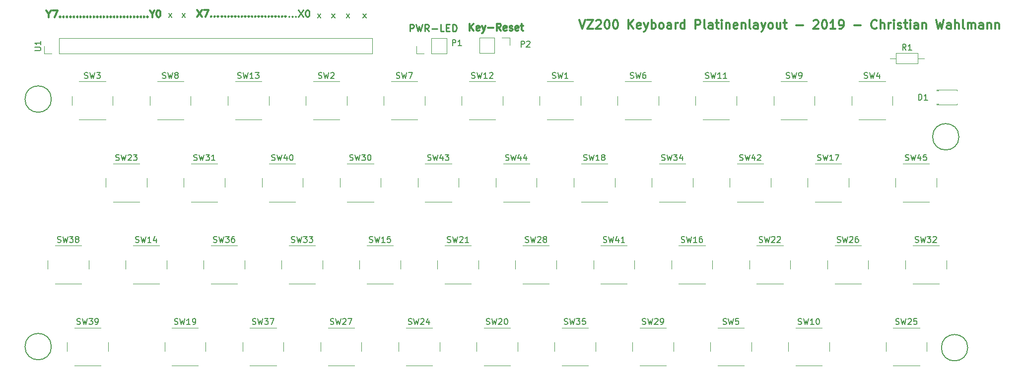
<source format=gbr>
G04 #@! TF.FileFunction,Legend,Top*
%FSLAX46Y46*%
G04 Gerber Fmt 4.6, Leading zero omitted, Abs format (unit mm)*
G04 Created by KiCad (PCBNEW 4.0.1-stable) date 03.08.2019 21:45:47*
%MOMM*%
G01*
G04 APERTURE LIST*
%ADD10C,0.100000*%
%ADD11C,0.300000*%
%ADD12C,0.250000*%
%ADD13C,0.200000*%
%ADD14C,0.120000*%
%ADD15C,0.150000*%
G04 APERTURE END LIST*
D10*
D11*
X164297286Y-66138357D02*
X164297286Y-64938357D01*
X164983001Y-66138357D02*
X164468715Y-65452643D01*
X164983001Y-64938357D02*
X164297286Y-65624071D01*
X165954429Y-66081214D02*
X165840143Y-66138357D01*
X165611572Y-66138357D01*
X165497286Y-66081214D01*
X165440143Y-65966929D01*
X165440143Y-65509786D01*
X165497286Y-65395500D01*
X165611572Y-65338357D01*
X165840143Y-65338357D01*
X165954429Y-65395500D01*
X166011572Y-65509786D01*
X166011572Y-65624071D01*
X165440143Y-65738357D01*
X166411572Y-65338357D02*
X166697286Y-66138357D01*
X166983000Y-65338357D02*
X166697286Y-66138357D01*
X166583000Y-66424071D01*
X166525857Y-66481214D01*
X166411572Y-66538357D01*
X167440143Y-65681214D02*
X168354429Y-65681214D01*
X169611572Y-66138357D02*
X169211572Y-65566929D01*
X168925857Y-66138357D02*
X168925857Y-64938357D01*
X169383000Y-64938357D01*
X169497286Y-64995500D01*
X169554429Y-65052643D01*
X169611572Y-65166929D01*
X169611572Y-65338357D01*
X169554429Y-65452643D01*
X169497286Y-65509786D01*
X169383000Y-65566929D01*
X168925857Y-65566929D01*
X170583000Y-66081214D02*
X170468714Y-66138357D01*
X170240143Y-66138357D01*
X170125857Y-66081214D01*
X170068714Y-65966929D01*
X170068714Y-65509786D01*
X170125857Y-65395500D01*
X170240143Y-65338357D01*
X170468714Y-65338357D01*
X170583000Y-65395500D01*
X170640143Y-65509786D01*
X170640143Y-65624071D01*
X170068714Y-65738357D01*
X171097285Y-66081214D02*
X171211571Y-66138357D01*
X171440143Y-66138357D01*
X171554428Y-66081214D01*
X171611571Y-65966929D01*
X171611571Y-65909786D01*
X171554428Y-65795500D01*
X171440143Y-65738357D01*
X171268714Y-65738357D01*
X171154428Y-65681214D01*
X171097285Y-65566929D01*
X171097285Y-65509786D01*
X171154428Y-65395500D01*
X171268714Y-65338357D01*
X171440143Y-65338357D01*
X171554428Y-65395500D01*
X172583000Y-66081214D02*
X172468714Y-66138357D01*
X172240143Y-66138357D01*
X172125857Y-66081214D01*
X172068714Y-65966929D01*
X172068714Y-65509786D01*
X172125857Y-65395500D01*
X172240143Y-65338357D01*
X172468714Y-65338357D01*
X172583000Y-65395500D01*
X172640143Y-65509786D01*
X172640143Y-65624071D01*
X172068714Y-65738357D01*
X172983000Y-65338357D02*
X173440143Y-65338357D01*
X173154428Y-64938357D02*
X173154428Y-65966929D01*
X173211571Y-66081214D01*
X173325857Y-66138357D01*
X173440143Y-66138357D01*
D12*
X154080071Y-66265357D02*
X154080071Y-65065357D01*
X154537214Y-65065357D01*
X154651500Y-65122500D01*
X154708643Y-65179643D01*
X154765786Y-65293929D01*
X154765786Y-65465357D01*
X154708643Y-65579643D01*
X154651500Y-65636786D01*
X154537214Y-65693929D01*
X154080071Y-65693929D01*
X155165786Y-65065357D02*
X155451500Y-66265357D01*
X155680071Y-65408214D01*
X155908643Y-66265357D01*
X156194357Y-65065357D01*
X157337215Y-66265357D02*
X156937215Y-65693929D01*
X156651500Y-66265357D02*
X156651500Y-65065357D01*
X157108643Y-65065357D01*
X157222929Y-65122500D01*
X157280072Y-65179643D01*
X157337215Y-65293929D01*
X157337215Y-65465357D01*
X157280072Y-65579643D01*
X157222929Y-65636786D01*
X157108643Y-65693929D01*
X156651500Y-65693929D01*
X157851500Y-65808214D02*
X158765786Y-65808214D01*
X159908643Y-66265357D02*
X159337214Y-66265357D01*
X159337214Y-65065357D01*
X160308643Y-65636786D02*
X160708643Y-65636786D01*
X160880072Y-66265357D02*
X160308643Y-66265357D01*
X160308643Y-65065357D01*
X160880072Y-65065357D01*
X161394357Y-66265357D02*
X161394357Y-65065357D01*
X161680072Y-65065357D01*
X161851500Y-65122500D01*
X161965786Y-65236786D01*
X162022929Y-65351071D01*
X162080072Y-65579643D01*
X162080072Y-65751071D01*
X162022929Y-65979643D01*
X161965786Y-66093929D01*
X161851500Y-66208214D01*
X161680072Y-66265357D01*
X161394357Y-66265357D01*
D11*
X122015924Y-63674571D02*
X122073067Y-63731714D01*
X122015924Y-63788857D01*
X121958781Y-63731714D01*
X122015924Y-63674571D01*
X122015924Y-63788857D01*
X122587353Y-63674571D02*
X122644496Y-63731714D01*
X122587353Y-63788857D01*
X122530210Y-63731714D01*
X122587353Y-63674571D01*
X122587353Y-63788857D01*
X123158782Y-63674571D02*
X123215925Y-63731714D01*
X123158782Y-63788857D01*
X123101639Y-63731714D01*
X123158782Y-63674571D01*
X123158782Y-63788857D01*
X123730211Y-63674571D02*
X123787354Y-63731714D01*
X123730211Y-63788857D01*
X123673068Y-63731714D01*
X123730211Y-63674571D01*
X123730211Y-63788857D01*
X124301640Y-63674571D02*
X124358783Y-63731714D01*
X124301640Y-63788857D01*
X124244497Y-63731714D01*
X124301640Y-63674571D01*
X124301640Y-63788857D01*
X124873069Y-63674571D02*
X124930212Y-63731714D01*
X124873069Y-63788857D01*
X124815926Y-63731714D01*
X124873069Y-63674571D01*
X124873069Y-63788857D01*
X125444498Y-63674571D02*
X125501641Y-63731714D01*
X125444498Y-63788857D01*
X125387355Y-63731714D01*
X125444498Y-63674571D01*
X125444498Y-63788857D01*
X126015927Y-63674571D02*
X126073070Y-63731714D01*
X126015927Y-63788857D01*
X125958784Y-63731714D01*
X126015927Y-63674571D01*
X126015927Y-63788857D01*
X126587356Y-63674571D02*
X126644499Y-63731714D01*
X126587356Y-63788857D01*
X126530213Y-63731714D01*
X126587356Y-63674571D01*
X126587356Y-63788857D01*
X127158785Y-63674571D02*
X127215928Y-63731714D01*
X127158785Y-63788857D01*
X127101642Y-63731714D01*
X127158785Y-63674571D01*
X127158785Y-63788857D01*
X127730214Y-63674571D02*
X127787357Y-63731714D01*
X127730214Y-63788857D01*
X127673071Y-63731714D01*
X127730214Y-63674571D01*
X127730214Y-63788857D01*
X128301643Y-63674571D02*
X128358786Y-63731714D01*
X128301643Y-63788857D01*
X128244500Y-63731714D01*
X128301643Y-63674571D01*
X128301643Y-63788857D01*
X128873072Y-63674571D02*
X128930215Y-63731714D01*
X128873072Y-63788857D01*
X128815929Y-63731714D01*
X128873072Y-63674571D01*
X128873072Y-63788857D01*
X129444501Y-63674571D02*
X129501644Y-63731714D01*
X129444501Y-63788857D01*
X129387358Y-63731714D01*
X129444501Y-63674571D01*
X129444501Y-63788857D01*
X130015930Y-63674571D02*
X130073073Y-63731714D01*
X130015930Y-63788857D01*
X129958787Y-63731714D01*
X130015930Y-63674571D01*
X130015930Y-63788857D01*
X130587359Y-63674571D02*
X130644502Y-63731714D01*
X130587359Y-63788857D01*
X130530216Y-63731714D01*
X130587359Y-63674571D01*
X130587359Y-63788857D01*
X131158788Y-63674571D02*
X131215931Y-63731714D01*
X131158788Y-63788857D01*
X131101645Y-63731714D01*
X131158788Y-63674571D01*
X131158788Y-63788857D01*
X131730217Y-63674571D02*
X131787360Y-63731714D01*
X131730217Y-63788857D01*
X131673074Y-63731714D01*
X131730217Y-63674571D01*
X131730217Y-63788857D01*
X132301646Y-63674571D02*
X132358789Y-63731714D01*
X132301646Y-63788857D01*
X132244503Y-63731714D01*
X132301646Y-63674571D01*
X132301646Y-63788857D01*
X132873075Y-63674571D02*
X132930218Y-63731714D01*
X132873075Y-63788857D01*
X132815932Y-63731714D01*
X132873075Y-63674571D01*
X132873075Y-63788857D01*
X96203210Y-63738071D02*
X96260353Y-63795214D01*
X96203210Y-63852357D01*
X96146067Y-63795214D01*
X96203210Y-63738071D01*
X96203210Y-63852357D01*
X96774639Y-63738071D02*
X96831782Y-63795214D01*
X96774639Y-63852357D01*
X96717496Y-63795214D01*
X96774639Y-63738071D01*
X96774639Y-63852357D01*
X97346068Y-63738071D02*
X97403211Y-63795214D01*
X97346068Y-63852357D01*
X97288925Y-63795214D01*
X97346068Y-63738071D01*
X97346068Y-63852357D01*
X97917497Y-63738071D02*
X97974640Y-63795214D01*
X97917497Y-63852357D01*
X97860354Y-63795214D01*
X97917497Y-63738071D01*
X97917497Y-63852357D01*
X98488926Y-63738071D02*
X98546069Y-63795214D01*
X98488926Y-63852357D01*
X98431783Y-63795214D01*
X98488926Y-63738071D01*
X98488926Y-63852357D01*
X99060355Y-63738071D02*
X99117498Y-63795214D01*
X99060355Y-63852357D01*
X99003212Y-63795214D01*
X99060355Y-63738071D01*
X99060355Y-63852357D01*
X99631784Y-63738071D02*
X99688927Y-63795214D01*
X99631784Y-63852357D01*
X99574641Y-63795214D01*
X99631784Y-63738071D01*
X99631784Y-63852357D01*
X100203213Y-63738071D02*
X100260356Y-63795214D01*
X100203213Y-63852357D01*
X100146070Y-63795214D01*
X100203213Y-63738071D01*
X100203213Y-63852357D01*
X100774642Y-63738071D02*
X100831785Y-63795214D01*
X100774642Y-63852357D01*
X100717499Y-63795214D01*
X100774642Y-63738071D01*
X100774642Y-63852357D01*
X101346071Y-63738071D02*
X101403214Y-63795214D01*
X101346071Y-63852357D01*
X101288928Y-63795214D01*
X101346071Y-63738071D01*
X101346071Y-63852357D01*
X101917500Y-63738071D02*
X101974643Y-63795214D01*
X101917500Y-63852357D01*
X101860357Y-63795214D01*
X101917500Y-63738071D01*
X101917500Y-63852357D01*
X102488929Y-63738071D02*
X102546072Y-63795214D01*
X102488929Y-63852357D01*
X102431786Y-63795214D01*
X102488929Y-63738071D01*
X102488929Y-63852357D01*
X103060358Y-63738071D02*
X103117501Y-63795214D01*
X103060358Y-63852357D01*
X103003215Y-63795214D01*
X103060358Y-63738071D01*
X103060358Y-63852357D01*
X103631787Y-63738071D02*
X103688930Y-63795214D01*
X103631787Y-63852357D01*
X103574644Y-63795214D01*
X103631787Y-63738071D01*
X103631787Y-63852357D01*
X104203216Y-63738071D02*
X104260359Y-63795214D01*
X104203216Y-63852357D01*
X104146073Y-63795214D01*
X104203216Y-63738071D01*
X104203216Y-63852357D01*
X104774645Y-63738071D02*
X104831788Y-63795214D01*
X104774645Y-63852357D01*
X104717502Y-63795214D01*
X104774645Y-63738071D01*
X104774645Y-63852357D01*
X105346074Y-63738071D02*
X105403217Y-63795214D01*
X105346074Y-63852357D01*
X105288931Y-63795214D01*
X105346074Y-63738071D01*
X105346074Y-63852357D01*
X105917503Y-63738071D02*
X105974646Y-63795214D01*
X105917503Y-63852357D01*
X105860360Y-63795214D01*
X105917503Y-63738071D01*
X105917503Y-63852357D01*
X106488932Y-63738071D02*
X106546075Y-63795214D01*
X106488932Y-63852357D01*
X106431789Y-63795214D01*
X106488932Y-63738071D01*
X106488932Y-63852357D01*
X107060361Y-63738071D02*
X107117504Y-63795214D01*
X107060361Y-63852357D01*
X107003218Y-63795214D01*
X107060361Y-63738071D01*
X107060361Y-63852357D01*
X107631790Y-63738071D02*
X107688933Y-63795214D01*
X107631790Y-63852357D01*
X107574647Y-63795214D01*
X107631790Y-63738071D01*
X107631790Y-63852357D01*
D13*
X146105595Y-63952381D02*
X146629405Y-63285714D01*
X146105595Y-63285714D02*
X146629405Y-63952381D01*
X143248095Y-63952381D02*
X143771905Y-63285714D01*
X143248095Y-63285714D02*
X143771905Y-63952381D01*
X140771595Y-63952381D02*
X141295405Y-63285714D01*
X140771595Y-63285714D02*
X141295405Y-63952381D01*
X138358595Y-63952381D02*
X138882405Y-63285714D01*
X138358595Y-63285714D02*
X138882405Y-63952381D01*
X115244595Y-63888881D02*
X115768405Y-63222214D01*
X115244595Y-63222214D02*
X115768405Y-63888881D01*
X112958595Y-63888881D02*
X113482405Y-63222214D01*
X112958595Y-63222214D02*
X113482405Y-63888881D01*
D12*
X133477214Y-63674571D02*
X133534357Y-63731714D01*
X133477214Y-63788857D01*
X133420071Y-63731714D01*
X133477214Y-63674571D01*
X133477214Y-63788857D01*
X134048643Y-63674571D02*
X134105786Y-63731714D01*
X134048643Y-63788857D01*
X133991500Y-63731714D01*
X134048643Y-63674571D01*
X134048643Y-63788857D01*
X134620072Y-63674571D02*
X134677215Y-63731714D01*
X134620072Y-63788857D01*
X134562929Y-63731714D01*
X134620072Y-63674571D01*
X134620072Y-63788857D01*
X135077216Y-62588857D02*
X135877216Y-63788857D01*
X135877216Y-62588857D02*
X135077216Y-63788857D01*
X136562930Y-62588857D02*
X136677215Y-62588857D01*
X136791501Y-62646000D01*
X136848644Y-62703143D01*
X136905787Y-62817429D01*
X136962930Y-63046000D01*
X136962930Y-63331714D01*
X136905787Y-63560286D01*
X136848644Y-63674571D01*
X136791501Y-63731714D01*
X136677215Y-63788857D01*
X136562930Y-63788857D01*
X136448644Y-63731714D01*
X136391501Y-63674571D01*
X136334358Y-63560286D01*
X136277215Y-63331714D01*
X136277215Y-63046000D01*
X136334358Y-62817429D01*
X136391501Y-62703143D01*
X136448644Y-62646000D01*
X136562930Y-62588857D01*
D11*
X117805429Y-62588857D02*
X118605429Y-63788857D01*
X118605429Y-62588857D02*
X117805429Y-63788857D01*
X118948286Y-62588857D02*
X119748286Y-62588857D01*
X119234000Y-63788857D01*
X120205428Y-63674571D02*
X120262571Y-63731714D01*
X120205428Y-63788857D01*
X120148285Y-63731714D01*
X120205428Y-63674571D01*
X120205428Y-63788857D01*
X120776857Y-63674571D02*
X120834000Y-63731714D01*
X120776857Y-63788857D01*
X120719714Y-63731714D01*
X120776857Y-63674571D01*
X120776857Y-63788857D01*
X121348286Y-63674571D02*
X121405429Y-63731714D01*
X121348286Y-63788857D01*
X121291143Y-63731714D01*
X121348286Y-63674571D01*
X121348286Y-63788857D01*
X108197857Y-63738071D02*
X108255000Y-63795214D01*
X108197857Y-63852357D01*
X108140714Y-63795214D01*
X108197857Y-63738071D01*
X108197857Y-63852357D01*
X108769286Y-63738071D02*
X108826429Y-63795214D01*
X108769286Y-63852357D01*
X108712143Y-63795214D01*
X108769286Y-63738071D01*
X108769286Y-63852357D01*
X109340715Y-63738071D02*
X109397858Y-63795214D01*
X109340715Y-63852357D01*
X109283572Y-63795214D01*
X109340715Y-63738071D01*
X109340715Y-63852357D01*
X110140716Y-63280929D02*
X110140716Y-63852357D01*
X109740716Y-62652357D02*
X110140716Y-63280929D01*
X110540716Y-62652357D01*
X111169287Y-62652357D02*
X111283572Y-62652357D01*
X111397858Y-62709500D01*
X111455001Y-62766643D01*
X111512144Y-62880929D01*
X111569287Y-63109500D01*
X111569287Y-63395214D01*
X111512144Y-63623786D01*
X111455001Y-63738071D01*
X111397858Y-63795214D01*
X111283572Y-63852357D01*
X111169287Y-63852357D01*
X111055001Y-63795214D01*
X110997858Y-63738071D01*
X110940715Y-63623786D01*
X110883572Y-63395214D01*
X110883572Y-63109500D01*
X110940715Y-62880929D01*
X110997858Y-62766643D01*
X111055001Y-62709500D01*
X111169287Y-62652357D01*
X92487929Y-63280929D02*
X92487929Y-63852357D01*
X92087929Y-62652357D02*
X92487929Y-63280929D01*
X92887929Y-62652357D01*
X93173643Y-62652357D02*
X93973643Y-62652357D01*
X93459357Y-63852357D01*
X94430785Y-63738071D02*
X94487928Y-63795214D01*
X94430785Y-63852357D01*
X94373642Y-63795214D01*
X94430785Y-63738071D01*
X94430785Y-63852357D01*
X95002214Y-63738071D02*
X95059357Y-63795214D01*
X95002214Y-63852357D01*
X94945071Y-63795214D01*
X95002214Y-63738071D01*
X95002214Y-63852357D01*
X95573643Y-63738071D02*
X95630786Y-63795214D01*
X95573643Y-63852357D01*
X95516500Y-63795214D01*
X95573643Y-63738071D01*
X95573643Y-63852357D01*
D13*
X92941000Y-77814000D02*
G75*
G03X92941000Y-77814000I-2250000J0D01*
G01*
X92941000Y-120064000D02*
G75*
G03X92941000Y-120064000I-2250000J0D01*
G01*
X249250000Y-120250000D02*
G75*
G03X249250000Y-120250000I-2250000J0D01*
G01*
X247750000Y-84250000D02*
G75*
G03X247750000Y-84250000I-2250000J0D01*
G01*
D11*
X183023931Y-64329571D02*
X183523931Y-65829571D01*
X184023931Y-64329571D01*
X184381074Y-64329571D02*
X185381074Y-64329571D01*
X184381074Y-65829571D01*
X185381074Y-65829571D01*
X185881073Y-64472429D02*
X185952502Y-64401000D01*
X186095359Y-64329571D01*
X186452502Y-64329571D01*
X186595359Y-64401000D01*
X186666788Y-64472429D01*
X186738216Y-64615286D01*
X186738216Y-64758143D01*
X186666788Y-64972429D01*
X185809645Y-65829571D01*
X186738216Y-65829571D01*
X187666787Y-64329571D02*
X187809644Y-64329571D01*
X187952501Y-64401000D01*
X188023930Y-64472429D01*
X188095359Y-64615286D01*
X188166787Y-64901000D01*
X188166787Y-65258143D01*
X188095359Y-65543857D01*
X188023930Y-65686714D01*
X187952501Y-65758143D01*
X187809644Y-65829571D01*
X187666787Y-65829571D01*
X187523930Y-65758143D01*
X187452501Y-65686714D01*
X187381073Y-65543857D01*
X187309644Y-65258143D01*
X187309644Y-64901000D01*
X187381073Y-64615286D01*
X187452501Y-64472429D01*
X187523930Y-64401000D01*
X187666787Y-64329571D01*
X189095358Y-64329571D02*
X189238215Y-64329571D01*
X189381072Y-64401000D01*
X189452501Y-64472429D01*
X189523930Y-64615286D01*
X189595358Y-64901000D01*
X189595358Y-65258143D01*
X189523930Y-65543857D01*
X189452501Y-65686714D01*
X189381072Y-65758143D01*
X189238215Y-65829571D01*
X189095358Y-65829571D01*
X188952501Y-65758143D01*
X188881072Y-65686714D01*
X188809644Y-65543857D01*
X188738215Y-65258143D01*
X188738215Y-64901000D01*
X188809644Y-64615286D01*
X188881072Y-64472429D01*
X188952501Y-64401000D01*
X189095358Y-64329571D01*
X191381072Y-65829571D02*
X191381072Y-64329571D01*
X192238215Y-65829571D02*
X191595358Y-64972429D01*
X192238215Y-64329571D02*
X191381072Y-65186714D01*
X193452500Y-65758143D02*
X193309643Y-65829571D01*
X193023929Y-65829571D01*
X192881072Y-65758143D01*
X192809643Y-65615286D01*
X192809643Y-65043857D01*
X192881072Y-64901000D01*
X193023929Y-64829571D01*
X193309643Y-64829571D01*
X193452500Y-64901000D01*
X193523929Y-65043857D01*
X193523929Y-65186714D01*
X192809643Y-65329571D01*
X194023929Y-64829571D02*
X194381072Y-65829571D01*
X194738214Y-64829571D02*
X194381072Y-65829571D01*
X194238214Y-66186714D01*
X194166786Y-66258143D01*
X194023929Y-66329571D01*
X195309643Y-65829571D02*
X195309643Y-64329571D01*
X195309643Y-64901000D02*
X195452500Y-64829571D01*
X195738214Y-64829571D01*
X195881071Y-64901000D01*
X195952500Y-64972429D01*
X196023929Y-65115286D01*
X196023929Y-65543857D01*
X195952500Y-65686714D01*
X195881071Y-65758143D01*
X195738214Y-65829571D01*
X195452500Y-65829571D01*
X195309643Y-65758143D01*
X196881072Y-65829571D02*
X196738214Y-65758143D01*
X196666786Y-65686714D01*
X196595357Y-65543857D01*
X196595357Y-65115286D01*
X196666786Y-64972429D01*
X196738214Y-64901000D01*
X196881072Y-64829571D01*
X197095357Y-64829571D01*
X197238214Y-64901000D01*
X197309643Y-64972429D01*
X197381072Y-65115286D01*
X197381072Y-65543857D01*
X197309643Y-65686714D01*
X197238214Y-65758143D01*
X197095357Y-65829571D01*
X196881072Y-65829571D01*
X198666786Y-65829571D02*
X198666786Y-65043857D01*
X198595357Y-64901000D01*
X198452500Y-64829571D01*
X198166786Y-64829571D01*
X198023929Y-64901000D01*
X198666786Y-65758143D02*
X198523929Y-65829571D01*
X198166786Y-65829571D01*
X198023929Y-65758143D01*
X197952500Y-65615286D01*
X197952500Y-65472429D01*
X198023929Y-65329571D01*
X198166786Y-65258143D01*
X198523929Y-65258143D01*
X198666786Y-65186714D01*
X199381072Y-65829571D02*
X199381072Y-64829571D01*
X199381072Y-65115286D02*
X199452500Y-64972429D01*
X199523929Y-64901000D01*
X199666786Y-64829571D01*
X199809643Y-64829571D01*
X200952500Y-65829571D02*
X200952500Y-64329571D01*
X200952500Y-65758143D02*
X200809643Y-65829571D01*
X200523929Y-65829571D01*
X200381071Y-65758143D01*
X200309643Y-65686714D01*
X200238214Y-65543857D01*
X200238214Y-65115286D01*
X200309643Y-64972429D01*
X200381071Y-64901000D01*
X200523929Y-64829571D01*
X200809643Y-64829571D01*
X200952500Y-64901000D01*
X202809643Y-65829571D02*
X202809643Y-64329571D01*
X203381071Y-64329571D01*
X203523929Y-64401000D01*
X203595357Y-64472429D01*
X203666786Y-64615286D01*
X203666786Y-64829571D01*
X203595357Y-64972429D01*
X203523929Y-65043857D01*
X203381071Y-65115286D01*
X202809643Y-65115286D01*
X204523929Y-65829571D02*
X204381071Y-65758143D01*
X204309643Y-65615286D01*
X204309643Y-64329571D01*
X205738214Y-65829571D02*
X205738214Y-65043857D01*
X205666785Y-64901000D01*
X205523928Y-64829571D01*
X205238214Y-64829571D01*
X205095357Y-64901000D01*
X205738214Y-65758143D02*
X205595357Y-65829571D01*
X205238214Y-65829571D01*
X205095357Y-65758143D01*
X205023928Y-65615286D01*
X205023928Y-65472429D01*
X205095357Y-65329571D01*
X205238214Y-65258143D01*
X205595357Y-65258143D01*
X205738214Y-65186714D01*
X206238214Y-64829571D02*
X206809643Y-64829571D01*
X206452500Y-64329571D02*
X206452500Y-65615286D01*
X206523928Y-65758143D01*
X206666786Y-65829571D01*
X206809643Y-65829571D01*
X207309643Y-65829571D02*
X207309643Y-64829571D01*
X207309643Y-64329571D02*
X207238214Y-64401000D01*
X207309643Y-64472429D01*
X207381071Y-64401000D01*
X207309643Y-64329571D01*
X207309643Y-64472429D01*
X208023929Y-64829571D02*
X208023929Y-65829571D01*
X208023929Y-64972429D02*
X208095357Y-64901000D01*
X208238215Y-64829571D01*
X208452500Y-64829571D01*
X208595357Y-64901000D01*
X208666786Y-65043857D01*
X208666786Y-65829571D01*
X209952500Y-65758143D02*
X209809643Y-65829571D01*
X209523929Y-65829571D01*
X209381072Y-65758143D01*
X209309643Y-65615286D01*
X209309643Y-65043857D01*
X209381072Y-64901000D01*
X209523929Y-64829571D01*
X209809643Y-64829571D01*
X209952500Y-64901000D01*
X210023929Y-65043857D01*
X210023929Y-65186714D01*
X209309643Y-65329571D01*
X210666786Y-64829571D02*
X210666786Y-65829571D01*
X210666786Y-64972429D02*
X210738214Y-64901000D01*
X210881072Y-64829571D01*
X211095357Y-64829571D01*
X211238214Y-64901000D01*
X211309643Y-65043857D01*
X211309643Y-65829571D01*
X212238215Y-65829571D02*
X212095357Y-65758143D01*
X212023929Y-65615286D01*
X212023929Y-64329571D01*
X213452500Y-65829571D02*
X213452500Y-65043857D01*
X213381071Y-64901000D01*
X213238214Y-64829571D01*
X212952500Y-64829571D01*
X212809643Y-64901000D01*
X213452500Y-65758143D02*
X213309643Y-65829571D01*
X212952500Y-65829571D01*
X212809643Y-65758143D01*
X212738214Y-65615286D01*
X212738214Y-65472429D01*
X212809643Y-65329571D01*
X212952500Y-65258143D01*
X213309643Y-65258143D01*
X213452500Y-65186714D01*
X214023929Y-64829571D02*
X214381072Y-65829571D01*
X214738214Y-64829571D02*
X214381072Y-65829571D01*
X214238214Y-66186714D01*
X214166786Y-66258143D01*
X214023929Y-66329571D01*
X215523929Y-65829571D02*
X215381071Y-65758143D01*
X215309643Y-65686714D01*
X215238214Y-65543857D01*
X215238214Y-65115286D01*
X215309643Y-64972429D01*
X215381071Y-64901000D01*
X215523929Y-64829571D01*
X215738214Y-64829571D01*
X215881071Y-64901000D01*
X215952500Y-64972429D01*
X216023929Y-65115286D01*
X216023929Y-65543857D01*
X215952500Y-65686714D01*
X215881071Y-65758143D01*
X215738214Y-65829571D01*
X215523929Y-65829571D01*
X217309643Y-64829571D02*
X217309643Y-65829571D01*
X216666786Y-64829571D02*
X216666786Y-65615286D01*
X216738214Y-65758143D01*
X216881072Y-65829571D01*
X217095357Y-65829571D01*
X217238214Y-65758143D01*
X217309643Y-65686714D01*
X217809643Y-64829571D02*
X218381072Y-64829571D01*
X218023929Y-64329571D02*
X218023929Y-65615286D01*
X218095357Y-65758143D01*
X218238215Y-65829571D01*
X218381072Y-65829571D01*
X220023929Y-65258143D02*
X221166786Y-65258143D01*
X222952500Y-64472429D02*
X223023929Y-64401000D01*
X223166786Y-64329571D01*
X223523929Y-64329571D01*
X223666786Y-64401000D01*
X223738215Y-64472429D01*
X223809643Y-64615286D01*
X223809643Y-64758143D01*
X223738215Y-64972429D01*
X222881072Y-65829571D01*
X223809643Y-65829571D01*
X224738214Y-64329571D02*
X224881071Y-64329571D01*
X225023928Y-64401000D01*
X225095357Y-64472429D01*
X225166786Y-64615286D01*
X225238214Y-64901000D01*
X225238214Y-65258143D01*
X225166786Y-65543857D01*
X225095357Y-65686714D01*
X225023928Y-65758143D01*
X224881071Y-65829571D01*
X224738214Y-65829571D01*
X224595357Y-65758143D01*
X224523928Y-65686714D01*
X224452500Y-65543857D01*
X224381071Y-65258143D01*
X224381071Y-64901000D01*
X224452500Y-64615286D01*
X224523928Y-64472429D01*
X224595357Y-64401000D01*
X224738214Y-64329571D01*
X226666785Y-65829571D02*
X225809642Y-65829571D01*
X226238214Y-65829571D02*
X226238214Y-64329571D01*
X226095357Y-64543857D01*
X225952499Y-64686714D01*
X225809642Y-64758143D01*
X227381070Y-65829571D02*
X227666785Y-65829571D01*
X227809642Y-65758143D01*
X227881070Y-65686714D01*
X228023928Y-65472429D01*
X228095356Y-65186714D01*
X228095356Y-64615286D01*
X228023928Y-64472429D01*
X227952499Y-64401000D01*
X227809642Y-64329571D01*
X227523928Y-64329571D01*
X227381070Y-64401000D01*
X227309642Y-64472429D01*
X227238213Y-64615286D01*
X227238213Y-64972429D01*
X227309642Y-65115286D01*
X227381070Y-65186714D01*
X227523928Y-65258143D01*
X227809642Y-65258143D01*
X227952499Y-65186714D01*
X228023928Y-65115286D01*
X228095356Y-64972429D01*
X229881070Y-65258143D02*
X231023927Y-65258143D01*
X233738213Y-65686714D02*
X233666784Y-65758143D01*
X233452498Y-65829571D01*
X233309641Y-65829571D01*
X233095356Y-65758143D01*
X232952498Y-65615286D01*
X232881070Y-65472429D01*
X232809641Y-65186714D01*
X232809641Y-64972429D01*
X232881070Y-64686714D01*
X232952498Y-64543857D01*
X233095356Y-64401000D01*
X233309641Y-64329571D01*
X233452498Y-64329571D01*
X233666784Y-64401000D01*
X233738213Y-64472429D01*
X234381070Y-65829571D02*
X234381070Y-64329571D01*
X235023927Y-65829571D02*
X235023927Y-65043857D01*
X234952498Y-64901000D01*
X234809641Y-64829571D01*
X234595356Y-64829571D01*
X234452498Y-64901000D01*
X234381070Y-64972429D01*
X235738213Y-65829571D02*
X235738213Y-64829571D01*
X235738213Y-65115286D02*
X235809641Y-64972429D01*
X235881070Y-64901000D01*
X236023927Y-64829571D01*
X236166784Y-64829571D01*
X236666784Y-65829571D02*
X236666784Y-64829571D01*
X236666784Y-64329571D02*
X236595355Y-64401000D01*
X236666784Y-64472429D01*
X236738212Y-64401000D01*
X236666784Y-64329571D01*
X236666784Y-64472429D01*
X237309641Y-65758143D02*
X237452498Y-65829571D01*
X237738213Y-65829571D01*
X237881070Y-65758143D01*
X237952498Y-65615286D01*
X237952498Y-65543857D01*
X237881070Y-65401000D01*
X237738213Y-65329571D01*
X237523927Y-65329571D01*
X237381070Y-65258143D01*
X237309641Y-65115286D01*
X237309641Y-65043857D01*
X237381070Y-64901000D01*
X237523927Y-64829571D01*
X237738213Y-64829571D01*
X237881070Y-64901000D01*
X238381070Y-64829571D02*
X238952499Y-64829571D01*
X238595356Y-64329571D02*
X238595356Y-65615286D01*
X238666784Y-65758143D01*
X238809642Y-65829571D01*
X238952499Y-65829571D01*
X239452499Y-65829571D02*
X239452499Y-64829571D01*
X239452499Y-64329571D02*
X239381070Y-64401000D01*
X239452499Y-64472429D01*
X239523927Y-64401000D01*
X239452499Y-64329571D01*
X239452499Y-64472429D01*
X240809642Y-65829571D02*
X240809642Y-65043857D01*
X240738213Y-64901000D01*
X240595356Y-64829571D01*
X240309642Y-64829571D01*
X240166785Y-64901000D01*
X240809642Y-65758143D02*
X240666785Y-65829571D01*
X240309642Y-65829571D01*
X240166785Y-65758143D01*
X240095356Y-65615286D01*
X240095356Y-65472429D01*
X240166785Y-65329571D01*
X240309642Y-65258143D01*
X240666785Y-65258143D01*
X240809642Y-65186714D01*
X241523928Y-64829571D02*
X241523928Y-65829571D01*
X241523928Y-64972429D02*
X241595356Y-64901000D01*
X241738214Y-64829571D01*
X241952499Y-64829571D01*
X242095356Y-64901000D01*
X242166785Y-65043857D01*
X242166785Y-65829571D01*
X243881071Y-64329571D02*
X244238214Y-65829571D01*
X244523928Y-64758143D01*
X244809642Y-65829571D01*
X245166785Y-64329571D01*
X246381071Y-65829571D02*
X246381071Y-65043857D01*
X246309642Y-64901000D01*
X246166785Y-64829571D01*
X245881071Y-64829571D01*
X245738214Y-64901000D01*
X246381071Y-65758143D02*
X246238214Y-65829571D01*
X245881071Y-65829571D01*
X245738214Y-65758143D01*
X245666785Y-65615286D01*
X245666785Y-65472429D01*
X245738214Y-65329571D01*
X245881071Y-65258143D01*
X246238214Y-65258143D01*
X246381071Y-65186714D01*
X247095357Y-65829571D02*
X247095357Y-64329571D01*
X247738214Y-65829571D02*
X247738214Y-65043857D01*
X247666785Y-64901000D01*
X247523928Y-64829571D01*
X247309643Y-64829571D01*
X247166785Y-64901000D01*
X247095357Y-64972429D01*
X248666786Y-65829571D02*
X248523928Y-65758143D01*
X248452500Y-65615286D01*
X248452500Y-64329571D01*
X249238214Y-65829571D02*
X249238214Y-64829571D01*
X249238214Y-64972429D02*
X249309642Y-64901000D01*
X249452500Y-64829571D01*
X249666785Y-64829571D01*
X249809642Y-64901000D01*
X249881071Y-65043857D01*
X249881071Y-65829571D01*
X249881071Y-65043857D02*
X249952500Y-64901000D01*
X250095357Y-64829571D01*
X250309642Y-64829571D01*
X250452500Y-64901000D01*
X250523928Y-65043857D01*
X250523928Y-65829571D01*
X251881071Y-65829571D02*
X251881071Y-65043857D01*
X251809642Y-64901000D01*
X251666785Y-64829571D01*
X251381071Y-64829571D01*
X251238214Y-64901000D01*
X251881071Y-65758143D02*
X251738214Y-65829571D01*
X251381071Y-65829571D01*
X251238214Y-65758143D01*
X251166785Y-65615286D01*
X251166785Y-65472429D01*
X251238214Y-65329571D01*
X251381071Y-65258143D01*
X251738214Y-65258143D01*
X251881071Y-65186714D01*
X252595357Y-64829571D02*
X252595357Y-65829571D01*
X252595357Y-64972429D02*
X252666785Y-64901000D01*
X252809643Y-64829571D01*
X253023928Y-64829571D01*
X253166785Y-64901000D01*
X253238214Y-65043857D01*
X253238214Y-65829571D01*
X253952500Y-64829571D02*
X253952500Y-65829571D01*
X253952500Y-64972429D02*
X254023928Y-64901000D01*
X254166786Y-64829571D01*
X254381071Y-64829571D01*
X254523928Y-64901000D01*
X254595357Y-65043857D01*
X254595357Y-65829571D01*
D14*
X193304000Y-123328000D02*
X197804000Y-123328000D01*
X192054000Y-119328000D02*
X192054000Y-120828000D01*
X197804000Y-116828000D02*
X193304000Y-116828000D01*
X199054000Y-120828000D02*
X199054000Y-119328000D01*
X180004000Y-123328000D02*
X184504000Y-123328000D01*
X178754000Y-119328000D02*
X178754000Y-120828000D01*
X184504000Y-116828000D02*
X180004000Y-116828000D01*
X185754000Y-120828000D02*
X185754000Y-119328000D01*
X213254000Y-109328000D02*
X217754000Y-109328000D01*
X212004000Y-105328000D02*
X212004000Y-106828000D01*
X217754000Y-102828000D02*
X213254000Y-102828000D01*
X219004000Y-106828000D02*
X219004000Y-105328000D01*
X177484000Y-81328000D02*
X181984000Y-81328000D01*
X176234000Y-77328000D02*
X176234000Y-78828000D01*
X181984000Y-74828000D02*
X177484000Y-74828000D01*
X183234000Y-78828000D02*
X183234000Y-77328000D01*
X137584000Y-81328000D02*
X142084000Y-81328000D01*
X136334000Y-77328000D02*
X136334000Y-78828000D01*
X142084000Y-74828000D02*
X137584000Y-74828000D01*
X143334000Y-78828000D02*
X143334000Y-77328000D01*
X97684000Y-81328000D02*
X102184000Y-81328000D01*
X96434000Y-77328000D02*
X96434000Y-78828000D01*
X102184000Y-74828000D02*
X97684000Y-74828000D01*
X103434000Y-78828000D02*
X103434000Y-77328000D01*
X230684000Y-81328000D02*
X235184000Y-81328000D01*
X229434000Y-77328000D02*
X229434000Y-78828000D01*
X235184000Y-74828000D02*
X230684000Y-74828000D01*
X236434000Y-78828000D02*
X236434000Y-77328000D01*
X206604000Y-123328000D02*
X211104000Y-123328000D01*
X205354000Y-119328000D02*
X205354000Y-120828000D01*
X211104000Y-116828000D02*
X206604000Y-116828000D01*
X212354000Y-120828000D02*
X212354000Y-119328000D01*
X190784000Y-81328000D02*
X195284000Y-81328000D01*
X189534000Y-77328000D02*
X189534000Y-78828000D01*
X195284000Y-74828000D02*
X190784000Y-74828000D01*
X196534000Y-78828000D02*
X196534000Y-77328000D01*
X150884000Y-81328000D02*
X155384000Y-81328000D01*
X149634000Y-77328000D02*
X149634000Y-78828000D01*
X155384000Y-74828000D02*
X150884000Y-74828000D01*
X156634000Y-78828000D02*
X156634000Y-77328000D01*
X110984000Y-81328000D02*
X115484000Y-81328000D01*
X109734000Y-77328000D02*
X109734000Y-78828000D01*
X115484000Y-74828000D02*
X110984000Y-74828000D01*
X116734000Y-78828000D02*
X116734000Y-77328000D01*
X217384000Y-81328000D02*
X221884000Y-81328000D01*
X216134000Y-77328000D02*
X216134000Y-78828000D01*
X221884000Y-74828000D02*
X217384000Y-74828000D01*
X223134000Y-78828000D02*
X223134000Y-77328000D01*
X219904000Y-123328000D02*
X224404000Y-123328000D01*
X218654000Y-119328000D02*
X218654000Y-120828000D01*
X224404000Y-116828000D02*
X219904000Y-116828000D01*
X225654000Y-120828000D02*
X225654000Y-119328000D01*
X204084000Y-81328000D02*
X208584000Y-81328000D01*
X202834000Y-77328000D02*
X202834000Y-78828000D01*
X208584000Y-74828000D02*
X204084000Y-74828000D01*
X209834000Y-78828000D02*
X209834000Y-77328000D01*
X164184000Y-81328000D02*
X168684000Y-81328000D01*
X162934000Y-77328000D02*
X162934000Y-78828000D01*
X168684000Y-74828000D02*
X164184000Y-74828000D01*
X169934000Y-78828000D02*
X169934000Y-77328000D01*
X124284000Y-81328000D02*
X128784000Y-81328000D01*
X123034000Y-77328000D02*
X123034000Y-78828000D01*
X128784000Y-74828000D02*
X124284000Y-74828000D01*
X130034000Y-78828000D02*
X130034000Y-77328000D01*
X106854000Y-109328000D02*
X111354000Y-109328000D01*
X105604000Y-105328000D02*
X105604000Y-106828000D01*
X111354000Y-102828000D02*
X106854000Y-102828000D01*
X112604000Y-106828000D02*
X112604000Y-105328000D01*
X146754000Y-109328000D02*
X151254000Y-109328000D01*
X145504000Y-105328000D02*
X145504000Y-106828000D01*
X151254000Y-102828000D02*
X146754000Y-102828000D01*
X152504000Y-106828000D02*
X152504000Y-105328000D01*
X199954000Y-109328000D02*
X204454000Y-109328000D01*
X198704000Y-105328000D02*
X198704000Y-106828000D01*
X204454000Y-102828000D02*
X199954000Y-102828000D01*
X205704000Y-106828000D02*
X205704000Y-105328000D01*
X223194000Y-95328000D02*
X227694000Y-95328000D01*
X221944000Y-91328000D02*
X221944000Y-92828000D01*
X227694000Y-88828000D02*
X223194000Y-88828000D01*
X228944000Y-92828000D02*
X228944000Y-91328000D01*
X183294000Y-95328000D02*
X187794000Y-95328000D01*
X182044000Y-91328000D02*
X182044000Y-92828000D01*
X187794000Y-88828000D02*
X183294000Y-88828000D01*
X189044000Y-92828000D02*
X189044000Y-91328000D01*
X113504000Y-123328000D02*
X118004000Y-123328000D01*
X112254000Y-119328000D02*
X112254000Y-120828000D01*
X118004000Y-116828000D02*
X113504000Y-116828000D01*
X119254000Y-120828000D02*
X119254000Y-119328000D01*
X166704000Y-123328000D02*
X171204000Y-123328000D01*
X165454000Y-119328000D02*
X165454000Y-120828000D01*
X171204000Y-116828000D02*
X166704000Y-116828000D01*
X172454000Y-120828000D02*
X172454000Y-119328000D01*
X160054000Y-109328000D02*
X164554000Y-109328000D01*
X158804000Y-105328000D02*
X158804000Y-106828000D01*
X164554000Y-102828000D02*
X160054000Y-102828000D01*
X165804000Y-106828000D02*
X165804000Y-105328000D01*
X103494000Y-95328000D02*
X107994000Y-95328000D01*
X102244000Y-91328000D02*
X102244000Y-92828000D01*
X107994000Y-88828000D02*
X103494000Y-88828000D01*
X109244000Y-92828000D02*
X109244000Y-91328000D01*
X153404000Y-123328000D02*
X157904000Y-123328000D01*
X152154000Y-119328000D02*
X152154000Y-120828000D01*
X157904000Y-116828000D02*
X153404000Y-116828000D01*
X159154000Y-120828000D02*
X159154000Y-119328000D01*
X236529000Y-123328000D02*
X241029000Y-123328000D01*
X235279000Y-119328000D02*
X235279000Y-120828000D01*
X241029000Y-116828000D02*
X236529000Y-116828000D01*
X242279000Y-120828000D02*
X242279000Y-119328000D01*
X226554000Y-109328000D02*
X231054000Y-109328000D01*
X225304000Y-105328000D02*
X225304000Y-106828000D01*
X231054000Y-102828000D02*
X226554000Y-102828000D01*
X232304000Y-106828000D02*
X232304000Y-105328000D01*
X140104000Y-123328000D02*
X144604000Y-123328000D01*
X138854000Y-119328000D02*
X138854000Y-120828000D01*
X144604000Y-116828000D02*
X140104000Y-116828000D01*
X145854000Y-120828000D02*
X145854000Y-119328000D01*
X173354000Y-109328000D02*
X177854000Y-109328000D01*
X172104000Y-105328000D02*
X172104000Y-106828000D01*
X177854000Y-102828000D02*
X173354000Y-102828000D01*
X179104000Y-106828000D02*
X179104000Y-105328000D01*
X143394000Y-95328000D02*
X147894000Y-95328000D01*
X142144000Y-91328000D02*
X142144000Y-92828000D01*
X147894000Y-88828000D02*
X143394000Y-88828000D01*
X149144000Y-92828000D02*
X149144000Y-91328000D01*
X116794000Y-95328000D02*
X121294000Y-95328000D01*
X115544000Y-91328000D02*
X115544000Y-92828000D01*
X121294000Y-88828000D02*
X116794000Y-88828000D01*
X122544000Y-92828000D02*
X122544000Y-91328000D01*
X239854000Y-109328000D02*
X244354000Y-109328000D01*
X238604000Y-105328000D02*
X238604000Y-106828000D01*
X244354000Y-102828000D02*
X239854000Y-102828000D01*
X245604000Y-106828000D02*
X245604000Y-105328000D01*
X133454000Y-109328000D02*
X137954000Y-109328000D01*
X132204000Y-105328000D02*
X132204000Y-106828000D01*
X137954000Y-102828000D02*
X133454000Y-102828000D01*
X139204000Y-106828000D02*
X139204000Y-105328000D01*
X196594000Y-95328000D02*
X201094000Y-95328000D01*
X195344000Y-91328000D02*
X195344000Y-92828000D01*
X201094000Y-88828000D02*
X196594000Y-88828000D01*
X202344000Y-92828000D02*
X202344000Y-91328000D01*
X120154000Y-109328000D02*
X124654000Y-109328000D01*
X118904000Y-105328000D02*
X118904000Y-106828000D01*
X124654000Y-102828000D02*
X120154000Y-102828000D01*
X125904000Y-106828000D02*
X125904000Y-105328000D01*
X126804000Y-123328000D02*
X131304000Y-123328000D01*
X125554000Y-119328000D02*
X125554000Y-120828000D01*
X131304000Y-116828000D02*
X126804000Y-116828000D01*
X132554000Y-120828000D02*
X132554000Y-119328000D01*
X93554000Y-109328000D02*
X98054000Y-109328000D01*
X92304000Y-105328000D02*
X92304000Y-106828000D01*
X98054000Y-102828000D02*
X93554000Y-102828000D01*
X99304000Y-106828000D02*
X99304000Y-105328000D01*
X96879000Y-123328000D02*
X101379000Y-123328000D01*
X95629000Y-119328000D02*
X95629000Y-120828000D01*
X101379000Y-116828000D02*
X96879000Y-116828000D01*
X102629000Y-120828000D02*
X102629000Y-119328000D01*
X130094000Y-95328000D02*
X134594000Y-95328000D01*
X128844000Y-91328000D02*
X128844000Y-92828000D01*
X134594000Y-88828000D02*
X130094000Y-88828000D01*
X135844000Y-92828000D02*
X135844000Y-91328000D01*
X186654000Y-109328000D02*
X191154000Y-109328000D01*
X185404000Y-105328000D02*
X185404000Y-106828000D01*
X191154000Y-102828000D02*
X186654000Y-102828000D01*
X192404000Y-106828000D02*
X192404000Y-105328000D01*
X209894000Y-95328000D02*
X214394000Y-95328000D01*
X208644000Y-91328000D02*
X208644000Y-92828000D01*
X214394000Y-88828000D02*
X209894000Y-88828000D01*
X215644000Y-92828000D02*
X215644000Y-91328000D01*
X156694000Y-95328000D02*
X161194000Y-95328000D01*
X155444000Y-91328000D02*
X155444000Y-92828000D01*
X161194000Y-88828000D02*
X156694000Y-88828000D01*
X162444000Y-92828000D02*
X162444000Y-91328000D01*
X169994000Y-95328000D02*
X174494000Y-95328000D01*
X168744000Y-91328000D02*
X168744000Y-92828000D01*
X174494000Y-88828000D02*
X169994000Y-88828000D01*
X175744000Y-92828000D02*
X175744000Y-91328000D01*
X238174000Y-95328000D02*
X242674000Y-95328000D01*
X236924000Y-91328000D02*
X236924000Y-92828000D01*
X242674000Y-88828000D02*
X238174000Y-88828000D01*
X243924000Y-92828000D02*
X243924000Y-91328000D01*
X94294000Y-70083000D02*
X147694000Y-70083000D01*
X147694000Y-70083000D02*
X147694000Y-67423000D01*
X147694000Y-67423000D02*
X94294000Y-67423000D01*
X94294000Y-67423000D02*
X94294000Y-70083000D01*
X93024000Y-70083000D02*
X91694000Y-70083000D01*
X91694000Y-70083000D02*
X91694000Y-68753000D01*
X243968000Y-76256000D02*
X247388000Y-76256000D01*
X243968000Y-78776000D02*
X247388000Y-78776000D01*
X243968000Y-76256000D02*
X243968000Y-76436000D01*
X243968000Y-78596000D02*
X243968000Y-78776000D01*
X247388000Y-76256000D02*
X247388000Y-76421000D01*
X247388000Y-78611000D02*
X247388000Y-78776000D01*
X244088000Y-76256000D02*
X244088000Y-76436000D01*
X244088000Y-78596000D02*
X244088000Y-78776000D01*
X244208000Y-76256000D02*
X244208000Y-76436000D01*
X244208000Y-78596000D02*
X244208000Y-78776000D01*
X160394000Y-70083000D02*
X160394000Y-67423000D01*
X157794000Y-70083000D02*
X160394000Y-70083000D01*
X157794000Y-67423000D02*
X160394000Y-67423000D01*
X157794000Y-70083000D02*
X157794000Y-67423000D01*
X156524000Y-70083000D02*
X155194000Y-70083000D01*
X155194000Y-70083000D02*
X155194000Y-68753000D01*
X165929000Y-67313500D02*
X165929000Y-69973500D01*
X168529000Y-67313500D02*
X165929000Y-67313500D01*
X168529000Y-69973500D02*
X165929000Y-69973500D01*
X168529000Y-67313500D02*
X168529000Y-69973500D01*
X169799000Y-67313500D02*
X171129000Y-67313500D01*
X171129000Y-67313500D02*
X171129000Y-68643500D01*
X237027000Y-70006000D02*
X237027000Y-71726000D01*
X237027000Y-71726000D02*
X240747000Y-71726000D01*
X240747000Y-71726000D02*
X240747000Y-70006000D01*
X240747000Y-70006000D02*
X237027000Y-70006000D01*
X235957000Y-70866000D02*
X237027000Y-70866000D01*
X241817000Y-70866000D02*
X240747000Y-70866000D01*
D15*
X193744476Y-116232762D02*
X193887333Y-116280381D01*
X194125429Y-116280381D01*
X194220667Y-116232762D01*
X194268286Y-116185143D01*
X194315905Y-116089905D01*
X194315905Y-115994667D01*
X194268286Y-115899429D01*
X194220667Y-115851810D01*
X194125429Y-115804190D01*
X193934952Y-115756571D01*
X193839714Y-115708952D01*
X193792095Y-115661333D01*
X193744476Y-115566095D01*
X193744476Y-115470857D01*
X193792095Y-115375619D01*
X193839714Y-115328000D01*
X193934952Y-115280381D01*
X194173048Y-115280381D01*
X194315905Y-115328000D01*
X194649238Y-115280381D02*
X194887333Y-116280381D01*
X195077810Y-115566095D01*
X195268286Y-116280381D01*
X195506381Y-115280381D01*
X195839714Y-115375619D02*
X195887333Y-115328000D01*
X195982571Y-115280381D01*
X196220667Y-115280381D01*
X196315905Y-115328000D01*
X196363524Y-115375619D01*
X196411143Y-115470857D01*
X196411143Y-115566095D01*
X196363524Y-115708952D01*
X195792095Y-116280381D01*
X196411143Y-116280381D01*
X196887333Y-116280381D02*
X197077809Y-116280381D01*
X197173048Y-116232762D01*
X197220667Y-116185143D01*
X197315905Y-116042286D01*
X197363524Y-115851810D01*
X197363524Y-115470857D01*
X197315905Y-115375619D01*
X197268286Y-115328000D01*
X197173048Y-115280381D01*
X196982571Y-115280381D01*
X196887333Y-115328000D01*
X196839714Y-115375619D01*
X196792095Y-115470857D01*
X196792095Y-115708952D01*
X196839714Y-115804190D01*
X196887333Y-115851810D01*
X196982571Y-115899429D01*
X197173048Y-115899429D01*
X197268286Y-115851810D01*
X197315905Y-115804190D01*
X197363524Y-115708952D01*
X180444476Y-116232762D02*
X180587333Y-116280381D01*
X180825429Y-116280381D01*
X180920667Y-116232762D01*
X180968286Y-116185143D01*
X181015905Y-116089905D01*
X181015905Y-115994667D01*
X180968286Y-115899429D01*
X180920667Y-115851810D01*
X180825429Y-115804190D01*
X180634952Y-115756571D01*
X180539714Y-115708952D01*
X180492095Y-115661333D01*
X180444476Y-115566095D01*
X180444476Y-115470857D01*
X180492095Y-115375619D01*
X180539714Y-115328000D01*
X180634952Y-115280381D01*
X180873048Y-115280381D01*
X181015905Y-115328000D01*
X181349238Y-115280381D02*
X181587333Y-116280381D01*
X181777810Y-115566095D01*
X181968286Y-116280381D01*
X182206381Y-115280381D01*
X182492095Y-115280381D02*
X183111143Y-115280381D01*
X182777809Y-115661333D01*
X182920667Y-115661333D01*
X183015905Y-115708952D01*
X183063524Y-115756571D01*
X183111143Y-115851810D01*
X183111143Y-116089905D01*
X183063524Y-116185143D01*
X183015905Y-116232762D01*
X182920667Y-116280381D01*
X182634952Y-116280381D01*
X182539714Y-116232762D01*
X182492095Y-116185143D01*
X184015905Y-115280381D02*
X183539714Y-115280381D01*
X183492095Y-115756571D01*
X183539714Y-115708952D01*
X183634952Y-115661333D01*
X183873048Y-115661333D01*
X183968286Y-115708952D01*
X184015905Y-115756571D01*
X184063524Y-115851810D01*
X184063524Y-116089905D01*
X184015905Y-116185143D01*
X183968286Y-116232762D01*
X183873048Y-116280381D01*
X183634952Y-116280381D01*
X183539714Y-116232762D01*
X183492095Y-116185143D01*
X213694476Y-102232762D02*
X213837333Y-102280381D01*
X214075429Y-102280381D01*
X214170667Y-102232762D01*
X214218286Y-102185143D01*
X214265905Y-102089905D01*
X214265905Y-101994667D01*
X214218286Y-101899429D01*
X214170667Y-101851810D01*
X214075429Y-101804190D01*
X213884952Y-101756571D01*
X213789714Y-101708952D01*
X213742095Y-101661333D01*
X213694476Y-101566095D01*
X213694476Y-101470857D01*
X213742095Y-101375619D01*
X213789714Y-101328000D01*
X213884952Y-101280381D01*
X214123048Y-101280381D01*
X214265905Y-101328000D01*
X214599238Y-101280381D02*
X214837333Y-102280381D01*
X215027810Y-101566095D01*
X215218286Y-102280381D01*
X215456381Y-101280381D01*
X215789714Y-101375619D02*
X215837333Y-101328000D01*
X215932571Y-101280381D01*
X216170667Y-101280381D01*
X216265905Y-101328000D01*
X216313524Y-101375619D01*
X216361143Y-101470857D01*
X216361143Y-101566095D01*
X216313524Y-101708952D01*
X215742095Y-102280381D01*
X216361143Y-102280381D01*
X216742095Y-101375619D02*
X216789714Y-101328000D01*
X216884952Y-101280381D01*
X217123048Y-101280381D01*
X217218286Y-101328000D01*
X217265905Y-101375619D01*
X217313524Y-101470857D01*
X217313524Y-101566095D01*
X217265905Y-101708952D01*
X216694476Y-102280381D01*
X217313524Y-102280381D01*
X178400667Y-74232762D02*
X178543524Y-74280381D01*
X178781620Y-74280381D01*
X178876858Y-74232762D01*
X178924477Y-74185143D01*
X178972096Y-74089905D01*
X178972096Y-73994667D01*
X178924477Y-73899429D01*
X178876858Y-73851810D01*
X178781620Y-73804190D01*
X178591143Y-73756571D01*
X178495905Y-73708952D01*
X178448286Y-73661333D01*
X178400667Y-73566095D01*
X178400667Y-73470857D01*
X178448286Y-73375619D01*
X178495905Y-73328000D01*
X178591143Y-73280381D01*
X178829239Y-73280381D01*
X178972096Y-73328000D01*
X179305429Y-73280381D02*
X179543524Y-74280381D01*
X179734001Y-73566095D01*
X179924477Y-74280381D01*
X180162572Y-73280381D01*
X181067334Y-74280381D02*
X180495905Y-74280381D01*
X180781619Y-74280381D02*
X180781619Y-73280381D01*
X180686381Y-73423238D01*
X180591143Y-73518476D01*
X180495905Y-73566095D01*
X138500667Y-74232762D02*
X138643524Y-74280381D01*
X138881620Y-74280381D01*
X138976858Y-74232762D01*
X139024477Y-74185143D01*
X139072096Y-74089905D01*
X139072096Y-73994667D01*
X139024477Y-73899429D01*
X138976858Y-73851810D01*
X138881620Y-73804190D01*
X138691143Y-73756571D01*
X138595905Y-73708952D01*
X138548286Y-73661333D01*
X138500667Y-73566095D01*
X138500667Y-73470857D01*
X138548286Y-73375619D01*
X138595905Y-73328000D01*
X138691143Y-73280381D01*
X138929239Y-73280381D01*
X139072096Y-73328000D01*
X139405429Y-73280381D02*
X139643524Y-74280381D01*
X139834001Y-73566095D01*
X140024477Y-74280381D01*
X140262572Y-73280381D01*
X140595905Y-73375619D02*
X140643524Y-73328000D01*
X140738762Y-73280381D01*
X140976858Y-73280381D01*
X141072096Y-73328000D01*
X141119715Y-73375619D01*
X141167334Y-73470857D01*
X141167334Y-73566095D01*
X141119715Y-73708952D01*
X140548286Y-74280381D01*
X141167334Y-74280381D01*
X98600667Y-74232762D02*
X98743524Y-74280381D01*
X98981620Y-74280381D01*
X99076858Y-74232762D01*
X99124477Y-74185143D01*
X99172096Y-74089905D01*
X99172096Y-73994667D01*
X99124477Y-73899429D01*
X99076858Y-73851810D01*
X98981620Y-73804190D01*
X98791143Y-73756571D01*
X98695905Y-73708952D01*
X98648286Y-73661333D01*
X98600667Y-73566095D01*
X98600667Y-73470857D01*
X98648286Y-73375619D01*
X98695905Y-73328000D01*
X98791143Y-73280381D01*
X99029239Y-73280381D01*
X99172096Y-73328000D01*
X99505429Y-73280381D02*
X99743524Y-74280381D01*
X99934001Y-73566095D01*
X100124477Y-74280381D01*
X100362572Y-73280381D01*
X100648286Y-73280381D02*
X101267334Y-73280381D01*
X100934000Y-73661333D01*
X101076858Y-73661333D01*
X101172096Y-73708952D01*
X101219715Y-73756571D01*
X101267334Y-73851810D01*
X101267334Y-74089905D01*
X101219715Y-74185143D01*
X101172096Y-74232762D01*
X101076858Y-74280381D01*
X100791143Y-74280381D01*
X100695905Y-74232762D01*
X100648286Y-74185143D01*
X231600667Y-74232762D02*
X231743524Y-74280381D01*
X231981620Y-74280381D01*
X232076858Y-74232762D01*
X232124477Y-74185143D01*
X232172096Y-74089905D01*
X232172096Y-73994667D01*
X232124477Y-73899429D01*
X232076858Y-73851810D01*
X231981620Y-73804190D01*
X231791143Y-73756571D01*
X231695905Y-73708952D01*
X231648286Y-73661333D01*
X231600667Y-73566095D01*
X231600667Y-73470857D01*
X231648286Y-73375619D01*
X231695905Y-73328000D01*
X231791143Y-73280381D01*
X232029239Y-73280381D01*
X232172096Y-73328000D01*
X232505429Y-73280381D02*
X232743524Y-74280381D01*
X232934001Y-73566095D01*
X233124477Y-74280381D01*
X233362572Y-73280381D01*
X234172096Y-73613714D02*
X234172096Y-74280381D01*
X233934000Y-73232762D02*
X233695905Y-73947048D01*
X234314953Y-73947048D01*
X207520667Y-116232762D02*
X207663524Y-116280381D01*
X207901620Y-116280381D01*
X207996858Y-116232762D01*
X208044477Y-116185143D01*
X208092096Y-116089905D01*
X208092096Y-115994667D01*
X208044477Y-115899429D01*
X207996858Y-115851810D01*
X207901620Y-115804190D01*
X207711143Y-115756571D01*
X207615905Y-115708952D01*
X207568286Y-115661333D01*
X207520667Y-115566095D01*
X207520667Y-115470857D01*
X207568286Y-115375619D01*
X207615905Y-115328000D01*
X207711143Y-115280381D01*
X207949239Y-115280381D01*
X208092096Y-115328000D01*
X208425429Y-115280381D02*
X208663524Y-116280381D01*
X208854001Y-115566095D01*
X209044477Y-116280381D01*
X209282572Y-115280381D01*
X210139715Y-115280381D02*
X209663524Y-115280381D01*
X209615905Y-115756571D01*
X209663524Y-115708952D01*
X209758762Y-115661333D01*
X209996858Y-115661333D01*
X210092096Y-115708952D01*
X210139715Y-115756571D01*
X210187334Y-115851810D01*
X210187334Y-116089905D01*
X210139715Y-116185143D01*
X210092096Y-116232762D01*
X209996858Y-116280381D01*
X209758762Y-116280381D01*
X209663524Y-116232762D01*
X209615905Y-116185143D01*
X191700667Y-74232762D02*
X191843524Y-74280381D01*
X192081620Y-74280381D01*
X192176858Y-74232762D01*
X192224477Y-74185143D01*
X192272096Y-74089905D01*
X192272096Y-73994667D01*
X192224477Y-73899429D01*
X192176858Y-73851810D01*
X192081620Y-73804190D01*
X191891143Y-73756571D01*
X191795905Y-73708952D01*
X191748286Y-73661333D01*
X191700667Y-73566095D01*
X191700667Y-73470857D01*
X191748286Y-73375619D01*
X191795905Y-73328000D01*
X191891143Y-73280381D01*
X192129239Y-73280381D01*
X192272096Y-73328000D01*
X192605429Y-73280381D02*
X192843524Y-74280381D01*
X193034001Y-73566095D01*
X193224477Y-74280381D01*
X193462572Y-73280381D01*
X194272096Y-73280381D02*
X194081619Y-73280381D01*
X193986381Y-73328000D01*
X193938762Y-73375619D01*
X193843524Y-73518476D01*
X193795905Y-73708952D01*
X193795905Y-74089905D01*
X193843524Y-74185143D01*
X193891143Y-74232762D01*
X193986381Y-74280381D01*
X194176858Y-74280381D01*
X194272096Y-74232762D01*
X194319715Y-74185143D01*
X194367334Y-74089905D01*
X194367334Y-73851810D01*
X194319715Y-73756571D01*
X194272096Y-73708952D01*
X194176858Y-73661333D01*
X193986381Y-73661333D01*
X193891143Y-73708952D01*
X193843524Y-73756571D01*
X193795905Y-73851810D01*
X151800667Y-74232762D02*
X151943524Y-74280381D01*
X152181620Y-74280381D01*
X152276858Y-74232762D01*
X152324477Y-74185143D01*
X152372096Y-74089905D01*
X152372096Y-73994667D01*
X152324477Y-73899429D01*
X152276858Y-73851810D01*
X152181620Y-73804190D01*
X151991143Y-73756571D01*
X151895905Y-73708952D01*
X151848286Y-73661333D01*
X151800667Y-73566095D01*
X151800667Y-73470857D01*
X151848286Y-73375619D01*
X151895905Y-73328000D01*
X151991143Y-73280381D01*
X152229239Y-73280381D01*
X152372096Y-73328000D01*
X152705429Y-73280381D02*
X152943524Y-74280381D01*
X153134001Y-73566095D01*
X153324477Y-74280381D01*
X153562572Y-73280381D01*
X153848286Y-73280381D02*
X154514953Y-73280381D01*
X154086381Y-74280381D01*
X111900667Y-74232762D02*
X112043524Y-74280381D01*
X112281620Y-74280381D01*
X112376858Y-74232762D01*
X112424477Y-74185143D01*
X112472096Y-74089905D01*
X112472096Y-73994667D01*
X112424477Y-73899429D01*
X112376858Y-73851810D01*
X112281620Y-73804190D01*
X112091143Y-73756571D01*
X111995905Y-73708952D01*
X111948286Y-73661333D01*
X111900667Y-73566095D01*
X111900667Y-73470857D01*
X111948286Y-73375619D01*
X111995905Y-73328000D01*
X112091143Y-73280381D01*
X112329239Y-73280381D01*
X112472096Y-73328000D01*
X112805429Y-73280381D02*
X113043524Y-74280381D01*
X113234001Y-73566095D01*
X113424477Y-74280381D01*
X113662572Y-73280381D01*
X114186381Y-73708952D02*
X114091143Y-73661333D01*
X114043524Y-73613714D01*
X113995905Y-73518476D01*
X113995905Y-73470857D01*
X114043524Y-73375619D01*
X114091143Y-73328000D01*
X114186381Y-73280381D01*
X114376858Y-73280381D01*
X114472096Y-73328000D01*
X114519715Y-73375619D01*
X114567334Y-73470857D01*
X114567334Y-73518476D01*
X114519715Y-73613714D01*
X114472096Y-73661333D01*
X114376858Y-73708952D01*
X114186381Y-73708952D01*
X114091143Y-73756571D01*
X114043524Y-73804190D01*
X113995905Y-73899429D01*
X113995905Y-74089905D01*
X114043524Y-74185143D01*
X114091143Y-74232762D01*
X114186381Y-74280381D01*
X114376858Y-74280381D01*
X114472096Y-74232762D01*
X114519715Y-74185143D01*
X114567334Y-74089905D01*
X114567334Y-73899429D01*
X114519715Y-73804190D01*
X114472096Y-73756571D01*
X114376858Y-73708952D01*
X218300667Y-74232762D02*
X218443524Y-74280381D01*
X218681620Y-74280381D01*
X218776858Y-74232762D01*
X218824477Y-74185143D01*
X218872096Y-74089905D01*
X218872096Y-73994667D01*
X218824477Y-73899429D01*
X218776858Y-73851810D01*
X218681620Y-73804190D01*
X218491143Y-73756571D01*
X218395905Y-73708952D01*
X218348286Y-73661333D01*
X218300667Y-73566095D01*
X218300667Y-73470857D01*
X218348286Y-73375619D01*
X218395905Y-73328000D01*
X218491143Y-73280381D01*
X218729239Y-73280381D01*
X218872096Y-73328000D01*
X219205429Y-73280381D02*
X219443524Y-74280381D01*
X219634001Y-73566095D01*
X219824477Y-74280381D01*
X220062572Y-73280381D01*
X220491143Y-74280381D02*
X220681619Y-74280381D01*
X220776858Y-74232762D01*
X220824477Y-74185143D01*
X220919715Y-74042286D01*
X220967334Y-73851810D01*
X220967334Y-73470857D01*
X220919715Y-73375619D01*
X220872096Y-73328000D01*
X220776858Y-73280381D01*
X220586381Y-73280381D01*
X220491143Y-73328000D01*
X220443524Y-73375619D01*
X220395905Y-73470857D01*
X220395905Y-73708952D01*
X220443524Y-73804190D01*
X220491143Y-73851810D01*
X220586381Y-73899429D01*
X220776858Y-73899429D01*
X220872096Y-73851810D01*
X220919715Y-73804190D01*
X220967334Y-73708952D01*
X220344476Y-116232762D02*
X220487333Y-116280381D01*
X220725429Y-116280381D01*
X220820667Y-116232762D01*
X220868286Y-116185143D01*
X220915905Y-116089905D01*
X220915905Y-115994667D01*
X220868286Y-115899429D01*
X220820667Y-115851810D01*
X220725429Y-115804190D01*
X220534952Y-115756571D01*
X220439714Y-115708952D01*
X220392095Y-115661333D01*
X220344476Y-115566095D01*
X220344476Y-115470857D01*
X220392095Y-115375619D01*
X220439714Y-115328000D01*
X220534952Y-115280381D01*
X220773048Y-115280381D01*
X220915905Y-115328000D01*
X221249238Y-115280381D02*
X221487333Y-116280381D01*
X221677810Y-115566095D01*
X221868286Y-116280381D01*
X222106381Y-115280381D01*
X223011143Y-116280381D02*
X222439714Y-116280381D01*
X222725428Y-116280381D02*
X222725428Y-115280381D01*
X222630190Y-115423238D01*
X222534952Y-115518476D01*
X222439714Y-115566095D01*
X223630190Y-115280381D02*
X223725429Y-115280381D01*
X223820667Y-115328000D01*
X223868286Y-115375619D01*
X223915905Y-115470857D01*
X223963524Y-115661333D01*
X223963524Y-115899429D01*
X223915905Y-116089905D01*
X223868286Y-116185143D01*
X223820667Y-116232762D01*
X223725429Y-116280381D01*
X223630190Y-116280381D01*
X223534952Y-116232762D01*
X223487333Y-116185143D01*
X223439714Y-116089905D01*
X223392095Y-115899429D01*
X223392095Y-115661333D01*
X223439714Y-115470857D01*
X223487333Y-115375619D01*
X223534952Y-115328000D01*
X223630190Y-115280381D01*
X204524476Y-74232762D02*
X204667333Y-74280381D01*
X204905429Y-74280381D01*
X205000667Y-74232762D01*
X205048286Y-74185143D01*
X205095905Y-74089905D01*
X205095905Y-73994667D01*
X205048286Y-73899429D01*
X205000667Y-73851810D01*
X204905429Y-73804190D01*
X204714952Y-73756571D01*
X204619714Y-73708952D01*
X204572095Y-73661333D01*
X204524476Y-73566095D01*
X204524476Y-73470857D01*
X204572095Y-73375619D01*
X204619714Y-73328000D01*
X204714952Y-73280381D01*
X204953048Y-73280381D01*
X205095905Y-73328000D01*
X205429238Y-73280381D02*
X205667333Y-74280381D01*
X205857810Y-73566095D01*
X206048286Y-74280381D01*
X206286381Y-73280381D01*
X207191143Y-74280381D02*
X206619714Y-74280381D01*
X206905428Y-74280381D02*
X206905428Y-73280381D01*
X206810190Y-73423238D01*
X206714952Y-73518476D01*
X206619714Y-73566095D01*
X208143524Y-74280381D02*
X207572095Y-74280381D01*
X207857809Y-74280381D02*
X207857809Y-73280381D01*
X207762571Y-73423238D01*
X207667333Y-73518476D01*
X207572095Y-73566095D01*
X164624476Y-74232762D02*
X164767333Y-74280381D01*
X165005429Y-74280381D01*
X165100667Y-74232762D01*
X165148286Y-74185143D01*
X165195905Y-74089905D01*
X165195905Y-73994667D01*
X165148286Y-73899429D01*
X165100667Y-73851810D01*
X165005429Y-73804190D01*
X164814952Y-73756571D01*
X164719714Y-73708952D01*
X164672095Y-73661333D01*
X164624476Y-73566095D01*
X164624476Y-73470857D01*
X164672095Y-73375619D01*
X164719714Y-73328000D01*
X164814952Y-73280381D01*
X165053048Y-73280381D01*
X165195905Y-73328000D01*
X165529238Y-73280381D02*
X165767333Y-74280381D01*
X165957810Y-73566095D01*
X166148286Y-74280381D01*
X166386381Y-73280381D01*
X167291143Y-74280381D02*
X166719714Y-74280381D01*
X167005428Y-74280381D02*
X167005428Y-73280381D01*
X166910190Y-73423238D01*
X166814952Y-73518476D01*
X166719714Y-73566095D01*
X167672095Y-73375619D02*
X167719714Y-73328000D01*
X167814952Y-73280381D01*
X168053048Y-73280381D01*
X168148286Y-73328000D01*
X168195905Y-73375619D01*
X168243524Y-73470857D01*
X168243524Y-73566095D01*
X168195905Y-73708952D01*
X167624476Y-74280381D01*
X168243524Y-74280381D01*
X124724476Y-74232762D02*
X124867333Y-74280381D01*
X125105429Y-74280381D01*
X125200667Y-74232762D01*
X125248286Y-74185143D01*
X125295905Y-74089905D01*
X125295905Y-73994667D01*
X125248286Y-73899429D01*
X125200667Y-73851810D01*
X125105429Y-73804190D01*
X124914952Y-73756571D01*
X124819714Y-73708952D01*
X124772095Y-73661333D01*
X124724476Y-73566095D01*
X124724476Y-73470857D01*
X124772095Y-73375619D01*
X124819714Y-73328000D01*
X124914952Y-73280381D01*
X125153048Y-73280381D01*
X125295905Y-73328000D01*
X125629238Y-73280381D02*
X125867333Y-74280381D01*
X126057810Y-73566095D01*
X126248286Y-74280381D01*
X126486381Y-73280381D01*
X127391143Y-74280381D02*
X126819714Y-74280381D01*
X127105428Y-74280381D02*
X127105428Y-73280381D01*
X127010190Y-73423238D01*
X126914952Y-73518476D01*
X126819714Y-73566095D01*
X127724476Y-73280381D02*
X128343524Y-73280381D01*
X128010190Y-73661333D01*
X128153048Y-73661333D01*
X128248286Y-73708952D01*
X128295905Y-73756571D01*
X128343524Y-73851810D01*
X128343524Y-74089905D01*
X128295905Y-74185143D01*
X128248286Y-74232762D01*
X128153048Y-74280381D01*
X127867333Y-74280381D01*
X127772095Y-74232762D01*
X127724476Y-74185143D01*
X107294476Y-102232762D02*
X107437333Y-102280381D01*
X107675429Y-102280381D01*
X107770667Y-102232762D01*
X107818286Y-102185143D01*
X107865905Y-102089905D01*
X107865905Y-101994667D01*
X107818286Y-101899429D01*
X107770667Y-101851810D01*
X107675429Y-101804190D01*
X107484952Y-101756571D01*
X107389714Y-101708952D01*
X107342095Y-101661333D01*
X107294476Y-101566095D01*
X107294476Y-101470857D01*
X107342095Y-101375619D01*
X107389714Y-101328000D01*
X107484952Y-101280381D01*
X107723048Y-101280381D01*
X107865905Y-101328000D01*
X108199238Y-101280381D02*
X108437333Y-102280381D01*
X108627810Y-101566095D01*
X108818286Y-102280381D01*
X109056381Y-101280381D01*
X109961143Y-102280381D02*
X109389714Y-102280381D01*
X109675428Y-102280381D02*
X109675428Y-101280381D01*
X109580190Y-101423238D01*
X109484952Y-101518476D01*
X109389714Y-101566095D01*
X110818286Y-101613714D02*
X110818286Y-102280381D01*
X110580190Y-101232762D02*
X110342095Y-101947048D01*
X110961143Y-101947048D01*
X147194476Y-102232762D02*
X147337333Y-102280381D01*
X147575429Y-102280381D01*
X147670667Y-102232762D01*
X147718286Y-102185143D01*
X147765905Y-102089905D01*
X147765905Y-101994667D01*
X147718286Y-101899429D01*
X147670667Y-101851810D01*
X147575429Y-101804190D01*
X147384952Y-101756571D01*
X147289714Y-101708952D01*
X147242095Y-101661333D01*
X147194476Y-101566095D01*
X147194476Y-101470857D01*
X147242095Y-101375619D01*
X147289714Y-101328000D01*
X147384952Y-101280381D01*
X147623048Y-101280381D01*
X147765905Y-101328000D01*
X148099238Y-101280381D02*
X148337333Y-102280381D01*
X148527810Y-101566095D01*
X148718286Y-102280381D01*
X148956381Y-101280381D01*
X149861143Y-102280381D02*
X149289714Y-102280381D01*
X149575428Y-102280381D02*
X149575428Y-101280381D01*
X149480190Y-101423238D01*
X149384952Y-101518476D01*
X149289714Y-101566095D01*
X150765905Y-101280381D02*
X150289714Y-101280381D01*
X150242095Y-101756571D01*
X150289714Y-101708952D01*
X150384952Y-101661333D01*
X150623048Y-101661333D01*
X150718286Y-101708952D01*
X150765905Y-101756571D01*
X150813524Y-101851810D01*
X150813524Y-102089905D01*
X150765905Y-102185143D01*
X150718286Y-102232762D01*
X150623048Y-102280381D01*
X150384952Y-102280381D01*
X150289714Y-102232762D01*
X150242095Y-102185143D01*
X200394476Y-102232762D02*
X200537333Y-102280381D01*
X200775429Y-102280381D01*
X200870667Y-102232762D01*
X200918286Y-102185143D01*
X200965905Y-102089905D01*
X200965905Y-101994667D01*
X200918286Y-101899429D01*
X200870667Y-101851810D01*
X200775429Y-101804190D01*
X200584952Y-101756571D01*
X200489714Y-101708952D01*
X200442095Y-101661333D01*
X200394476Y-101566095D01*
X200394476Y-101470857D01*
X200442095Y-101375619D01*
X200489714Y-101328000D01*
X200584952Y-101280381D01*
X200823048Y-101280381D01*
X200965905Y-101328000D01*
X201299238Y-101280381D02*
X201537333Y-102280381D01*
X201727810Y-101566095D01*
X201918286Y-102280381D01*
X202156381Y-101280381D01*
X203061143Y-102280381D02*
X202489714Y-102280381D01*
X202775428Y-102280381D02*
X202775428Y-101280381D01*
X202680190Y-101423238D01*
X202584952Y-101518476D01*
X202489714Y-101566095D01*
X203918286Y-101280381D02*
X203727809Y-101280381D01*
X203632571Y-101328000D01*
X203584952Y-101375619D01*
X203489714Y-101518476D01*
X203442095Y-101708952D01*
X203442095Y-102089905D01*
X203489714Y-102185143D01*
X203537333Y-102232762D01*
X203632571Y-102280381D01*
X203823048Y-102280381D01*
X203918286Y-102232762D01*
X203965905Y-102185143D01*
X204013524Y-102089905D01*
X204013524Y-101851810D01*
X203965905Y-101756571D01*
X203918286Y-101708952D01*
X203823048Y-101661333D01*
X203632571Y-101661333D01*
X203537333Y-101708952D01*
X203489714Y-101756571D01*
X203442095Y-101851810D01*
X223634476Y-88232762D02*
X223777333Y-88280381D01*
X224015429Y-88280381D01*
X224110667Y-88232762D01*
X224158286Y-88185143D01*
X224205905Y-88089905D01*
X224205905Y-87994667D01*
X224158286Y-87899429D01*
X224110667Y-87851810D01*
X224015429Y-87804190D01*
X223824952Y-87756571D01*
X223729714Y-87708952D01*
X223682095Y-87661333D01*
X223634476Y-87566095D01*
X223634476Y-87470857D01*
X223682095Y-87375619D01*
X223729714Y-87328000D01*
X223824952Y-87280381D01*
X224063048Y-87280381D01*
X224205905Y-87328000D01*
X224539238Y-87280381D02*
X224777333Y-88280381D01*
X224967810Y-87566095D01*
X225158286Y-88280381D01*
X225396381Y-87280381D01*
X226301143Y-88280381D02*
X225729714Y-88280381D01*
X226015428Y-88280381D02*
X226015428Y-87280381D01*
X225920190Y-87423238D01*
X225824952Y-87518476D01*
X225729714Y-87566095D01*
X226634476Y-87280381D02*
X227301143Y-87280381D01*
X226872571Y-88280381D01*
X183734476Y-88232762D02*
X183877333Y-88280381D01*
X184115429Y-88280381D01*
X184210667Y-88232762D01*
X184258286Y-88185143D01*
X184305905Y-88089905D01*
X184305905Y-87994667D01*
X184258286Y-87899429D01*
X184210667Y-87851810D01*
X184115429Y-87804190D01*
X183924952Y-87756571D01*
X183829714Y-87708952D01*
X183782095Y-87661333D01*
X183734476Y-87566095D01*
X183734476Y-87470857D01*
X183782095Y-87375619D01*
X183829714Y-87328000D01*
X183924952Y-87280381D01*
X184163048Y-87280381D01*
X184305905Y-87328000D01*
X184639238Y-87280381D02*
X184877333Y-88280381D01*
X185067810Y-87566095D01*
X185258286Y-88280381D01*
X185496381Y-87280381D01*
X186401143Y-88280381D02*
X185829714Y-88280381D01*
X186115428Y-88280381D02*
X186115428Y-87280381D01*
X186020190Y-87423238D01*
X185924952Y-87518476D01*
X185829714Y-87566095D01*
X186972571Y-87708952D02*
X186877333Y-87661333D01*
X186829714Y-87613714D01*
X186782095Y-87518476D01*
X186782095Y-87470857D01*
X186829714Y-87375619D01*
X186877333Y-87328000D01*
X186972571Y-87280381D01*
X187163048Y-87280381D01*
X187258286Y-87328000D01*
X187305905Y-87375619D01*
X187353524Y-87470857D01*
X187353524Y-87518476D01*
X187305905Y-87613714D01*
X187258286Y-87661333D01*
X187163048Y-87708952D01*
X186972571Y-87708952D01*
X186877333Y-87756571D01*
X186829714Y-87804190D01*
X186782095Y-87899429D01*
X186782095Y-88089905D01*
X186829714Y-88185143D01*
X186877333Y-88232762D01*
X186972571Y-88280381D01*
X187163048Y-88280381D01*
X187258286Y-88232762D01*
X187305905Y-88185143D01*
X187353524Y-88089905D01*
X187353524Y-87899429D01*
X187305905Y-87804190D01*
X187258286Y-87756571D01*
X187163048Y-87708952D01*
X113944476Y-116232762D02*
X114087333Y-116280381D01*
X114325429Y-116280381D01*
X114420667Y-116232762D01*
X114468286Y-116185143D01*
X114515905Y-116089905D01*
X114515905Y-115994667D01*
X114468286Y-115899429D01*
X114420667Y-115851810D01*
X114325429Y-115804190D01*
X114134952Y-115756571D01*
X114039714Y-115708952D01*
X113992095Y-115661333D01*
X113944476Y-115566095D01*
X113944476Y-115470857D01*
X113992095Y-115375619D01*
X114039714Y-115328000D01*
X114134952Y-115280381D01*
X114373048Y-115280381D01*
X114515905Y-115328000D01*
X114849238Y-115280381D02*
X115087333Y-116280381D01*
X115277810Y-115566095D01*
X115468286Y-116280381D01*
X115706381Y-115280381D01*
X116611143Y-116280381D02*
X116039714Y-116280381D01*
X116325428Y-116280381D02*
X116325428Y-115280381D01*
X116230190Y-115423238D01*
X116134952Y-115518476D01*
X116039714Y-115566095D01*
X117087333Y-116280381D02*
X117277809Y-116280381D01*
X117373048Y-116232762D01*
X117420667Y-116185143D01*
X117515905Y-116042286D01*
X117563524Y-115851810D01*
X117563524Y-115470857D01*
X117515905Y-115375619D01*
X117468286Y-115328000D01*
X117373048Y-115280381D01*
X117182571Y-115280381D01*
X117087333Y-115328000D01*
X117039714Y-115375619D01*
X116992095Y-115470857D01*
X116992095Y-115708952D01*
X117039714Y-115804190D01*
X117087333Y-115851810D01*
X117182571Y-115899429D01*
X117373048Y-115899429D01*
X117468286Y-115851810D01*
X117515905Y-115804190D01*
X117563524Y-115708952D01*
X167144476Y-116232762D02*
X167287333Y-116280381D01*
X167525429Y-116280381D01*
X167620667Y-116232762D01*
X167668286Y-116185143D01*
X167715905Y-116089905D01*
X167715905Y-115994667D01*
X167668286Y-115899429D01*
X167620667Y-115851810D01*
X167525429Y-115804190D01*
X167334952Y-115756571D01*
X167239714Y-115708952D01*
X167192095Y-115661333D01*
X167144476Y-115566095D01*
X167144476Y-115470857D01*
X167192095Y-115375619D01*
X167239714Y-115328000D01*
X167334952Y-115280381D01*
X167573048Y-115280381D01*
X167715905Y-115328000D01*
X168049238Y-115280381D02*
X168287333Y-116280381D01*
X168477810Y-115566095D01*
X168668286Y-116280381D01*
X168906381Y-115280381D01*
X169239714Y-115375619D02*
X169287333Y-115328000D01*
X169382571Y-115280381D01*
X169620667Y-115280381D01*
X169715905Y-115328000D01*
X169763524Y-115375619D01*
X169811143Y-115470857D01*
X169811143Y-115566095D01*
X169763524Y-115708952D01*
X169192095Y-116280381D01*
X169811143Y-116280381D01*
X170430190Y-115280381D02*
X170525429Y-115280381D01*
X170620667Y-115328000D01*
X170668286Y-115375619D01*
X170715905Y-115470857D01*
X170763524Y-115661333D01*
X170763524Y-115899429D01*
X170715905Y-116089905D01*
X170668286Y-116185143D01*
X170620667Y-116232762D01*
X170525429Y-116280381D01*
X170430190Y-116280381D01*
X170334952Y-116232762D01*
X170287333Y-116185143D01*
X170239714Y-116089905D01*
X170192095Y-115899429D01*
X170192095Y-115661333D01*
X170239714Y-115470857D01*
X170287333Y-115375619D01*
X170334952Y-115328000D01*
X170430190Y-115280381D01*
X160494476Y-102232762D02*
X160637333Y-102280381D01*
X160875429Y-102280381D01*
X160970667Y-102232762D01*
X161018286Y-102185143D01*
X161065905Y-102089905D01*
X161065905Y-101994667D01*
X161018286Y-101899429D01*
X160970667Y-101851810D01*
X160875429Y-101804190D01*
X160684952Y-101756571D01*
X160589714Y-101708952D01*
X160542095Y-101661333D01*
X160494476Y-101566095D01*
X160494476Y-101470857D01*
X160542095Y-101375619D01*
X160589714Y-101328000D01*
X160684952Y-101280381D01*
X160923048Y-101280381D01*
X161065905Y-101328000D01*
X161399238Y-101280381D02*
X161637333Y-102280381D01*
X161827810Y-101566095D01*
X162018286Y-102280381D01*
X162256381Y-101280381D01*
X162589714Y-101375619D02*
X162637333Y-101328000D01*
X162732571Y-101280381D01*
X162970667Y-101280381D01*
X163065905Y-101328000D01*
X163113524Y-101375619D01*
X163161143Y-101470857D01*
X163161143Y-101566095D01*
X163113524Y-101708952D01*
X162542095Y-102280381D01*
X163161143Y-102280381D01*
X164113524Y-102280381D02*
X163542095Y-102280381D01*
X163827809Y-102280381D02*
X163827809Y-101280381D01*
X163732571Y-101423238D01*
X163637333Y-101518476D01*
X163542095Y-101566095D01*
X103934476Y-88232762D02*
X104077333Y-88280381D01*
X104315429Y-88280381D01*
X104410667Y-88232762D01*
X104458286Y-88185143D01*
X104505905Y-88089905D01*
X104505905Y-87994667D01*
X104458286Y-87899429D01*
X104410667Y-87851810D01*
X104315429Y-87804190D01*
X104124952Y-87756571D01*
X104029714Y-87708952D01*
X103982095Y-87661333D01*
X103934476Y-87566095D01*
X103934476Y-87470857D01*
X103982095Y-87375619D01*
X104029714Y-87328000D01*
X104124952Y-87280381D01*
X104363048Y-87280381D01*
X104505905Y-87328000D01*
X104839238Y-87280381D02*
X105077333Y-88280381D01*
X105267810Y-87566095D01*
X105458286Y-88280381D01*
X105696381Y-87280381D01*
X106029714Y-87375619D02*
X106077333Y-87328000D01*
X106172571Y-87280381D01*
X106410667Y-87280381D01*
X106505905Y-87328000D01*
X106553524Y-87375619D01*
X106601143Y-87470857D01*
X106601143Y-87566095D01*
X106553524Y-87708952D01*
X105982095Y-88280381D01*
X106601143Y-88280381D01*
X106934476Y-87280381D02*
X107553524Y-87280381D01*
X107220190Y-87661333D01*
X107363048Y-87661333D01*
X107458286Y-87708952D01*
X107505905Y-87756571D01*
X107553524Y-87851810D01*
X107553524Y-88089905D01*
X107505905Y-88185143D01*
X107458286Y-88232762D01*
X107363048Y-88280381D01*
X107077333Y-88280381D01*
X106982095Y-88232762D01*
X106934476Y-88185143D01*
X153844476Y-116232762D02*
X153987333Y-116280381D01*
X154225429Y-116280381D01*
X154320667Y-116232762D01*
X154368286Y-116185143D01*
X154415905Y-116089905D01*
X154415905Y-115994667D01*
X154368286Y-115899429D01*
X154320667Y-115851810D01*
X154225429Y-115804190D01*
X154034952Y-115756571D01*
X153939714Y-115708952D01*
X153892095Y-115661333D01*
X153844476Y-115566095D01*
X153844476Y-115470857D01*
X153892095Y-115375619D01*
X153939714Y-115328000D01*
X154034952Y-115280381D01*
X154273048Y-115280381D01*
X154415905Y-115328000D01*
X154749238Y-115280381D02*
X154987333Y-116280381D01*
X155177810Y-115566095D01*
X155368286Y-116280381D01*
X155606381Y-115280381D01*
X155939714Y-115375619D02*
X155987333Y-115328000D01*
X156082571Y-115280381D01*
X156320667Y-115280381D01*
X156415905Y-115328000D01*
X156463524Y-115375619D01*
X156511143Y-115470857D01*
X156511143Y-115566095D01*
X156463524Y-115708952D01*
X155892095Y-116280381D01*
X156511143Y-116280381D01*
X157368286Y-115613714D02*
X157368286Y-116280381D01*
X157130190Y-115232762D02*
X156892095Y-115947048D01*
X157511143Y-115947048D01*
X236969476Y-116232762D02*
X237112333Y-116280381D01*
X237350429Y-116280381D01*
X237445667Y-116232762D01*
X237493286Y-116185143D01*
X237540905Y-116089905D01*
X237540905Y-115994667D01*
X237493286Y-115899429D01*
X237445667Y-115851810D01*
X237350429Y-115804190D01*
X237159952Y-115756571D01*
X237064714Y-115708952D01*
X237017095Y-115661333D01*
X236969476Y-115566095D01*
X236969476Y-115470857D01*
X237017095Y-115375619D01*
X237064714Y-115328000D01*
X237159952Y-115280381D01*
X237398048Y-115280381D01*
X237540905Y-115328000D01*
X237874238Y-115280381D02*
X238112333Y-116280381D01*
X238302810Y-115566095D01*
X238493286Y-116280381D01*
X238731381Y-115280381D01*
X239064714Y-115375619D02*
X239112333Y-115328000D01*
X239207571Y-115280381D01*
X239445667Y-115280381D01*
X239540905Y-115328000D01*
X239588524Y-115375619D01*
X239636143Y-115470857D01*
X239636143Y-115566095D01*
X239588524Y-115708952D01*
X239017095Y-116280381D01*
X239636143Y-116280381D01*
X240540905Y-115280381D02*
X240064714Y-115280381D01*
X240017095Y-115756571D01*
X240064714Y-115708952D01*
X240159952Y-115661333D01*
X240398048Y-115661333D01*
X240493286Y-115708952D01*
X240540905Y-115756571D01*
X240588524Y-115851810D01*
X240588524Y-116089905D01*
X240540905Y-116185143D01*
X240493286Y-116232762D01*
X240398048Y-116280381D01*
X240159952Y-116280381D01*
X240064714Y-116232762D01*
X240017095Y-116185143D01*
X226994476Y-102232762D02*
X227137333Y-102280381D01*
X227375429Y-102280381D01*
X227470667Y-102232762D01*
X227518286Y-102185143D01*
X227565905Y-102089905D01*
X227565905Y-101994667D01*
X227518286Y-101899429D01*
X227470667Y-101851810D01*
X227375429Y-101804190D01*
X227184952Y-101756571D01*
X227089714Y-101708952D01*
X227042095Y-101661333D01*
X226994476Y-101566095D01*
X226994476Y-101470857D01*
X227042095Y-101375619D01*
X227089714Y-101328000D01*
X227184952Y-101280381D01*
X227423048Y-101280381D01*
X227565905Y-101328000D01*
X227899238Y-101280381D02*
X228137333Y-102280381D01*
X228327810Y-101566095D01*
X228518286Y-102280381D01*
X228756381Y-101280381D01*
X229089714Y-101375619D02*
X229137333Y-101328000D01*
X229232571Y-101280381D01*
X229470667Y-101280381D01*
X229565905Y-101328000D01*
X229613524Y-101375619D01*
X229661143Y-101470857D01*
X229661143Y-101566095D01*
X229613524Y-101708952D01*
X229042095Y-102280381D01*
X229661143Y-102280381D01*
X230518286Y-101280381D02*
X230327809Y-101280381D01*
X230232571Y-101328000D01*
X230184952Y-101375619D01*
X230089714Y-101518476D01*
X230042095Y-101708952D01*
X230042095Y-102089905D01*
X230089714Y-102185143D01*
X230137333Y-102232762D01*
X230232571Y-102280381D01*
X230423048Y-102280381D01*
X230518286Y-102232762D01*
X230565905Y-102185143D01*
X230613524Y-102089905D01*
X230613524Y-101851810D01*
X230565905Y-101756571D01*
X230518286Y-101708952D01*
X230423048Y-101661333D01*
X230232571Y-101661333D01*
X230137333Y-101708952D01*
X230089714Y-101756571D01*
X230042095Y-101851810D01*
X140544476Y-116232762D02*
X140687333Y-116280381D01*
X140925429Y-116280381D01*
X141020667Y-116232762D01*
X141068286Y-116185143D01*
X141115905Y-116089905D01*
X141115905Y-115994667D01*
X141068286Y-115899429D01*
X141020667Y-115851810D01*
X140925429Y-115804190D01*
X140734952Y-115756571D01*
X140639714Y-115708952D01*
X140592095Y-115661333D01*
X140544476Y-115566095D01*
X140544476Y-115470857D01*
X140592095Y-115375619D01*
X140639714Y-115328000D01*
X140734952Y-115280381D01*
X140973048Y-115280381D01*
X141115905Y-115328000D01*
X141449238Y-115280381D02*
X141687333Y-116280381D01*
X141877810Y-115566095D01*
X142068286Y-116280381D01*
X142306381Y-115280381D01*
X142639714Y-115375619D02*
X142687333Y-115328000D01*
X142782571Y-115280381D01*
X143020667Y-115280381D01*
X143115905Y-115328000D01*
X143163524Y-115375619D01*
X143211143Y-115470857D01*
X143211143Y-115566095D01*
X143163524Y-115708952D01*
X142592095Y-116280381D01*
X143211143Y-116280381D01*
X143544476Y-115280381D02*
X144211143Y-115280381D01*
X143782571Y-116280381D01*
X173794476Y-102232762D02*
X173937333Y-102280381D01*
X174175429Y-102280381D01*
X174270667Y-102232762D01*
X174318286Y-102185143D01*
X174365905Y-102089905D01*
X174365905Y-101994667D01*
X174318286Y-101899429D01*
X174270667Y-101851810D01*
X174175429Y-101804190D01*
X173984952Y-101756571D01*
X173889714Y-101708952D01*
X173842095Y-101661333D01*
X173794476Y-101566095D01*
X173794476Y-101470857D01*
X173842095Y-101375619D01*
X173889714Y-101328000D01*
X173984952Y-101280381D01*
X174223048Y-101280381D01*
X174365905Y-101328000D01*
X174699238Y-101280381D02*
X174937333Y-102280381D01*
X175127810Y-101566095D01*
X175318286Y-102280381D01*
X175556381Y-101280381D01*
X175889714Y-101375619D02*
X175937333Y-101328000D01*
X176032571Y-101280381D01*
X176270667Y-101280381D01*
X176365905Y-101328000D01*
X176413524Y-101375619D01*
X176461143Y-101470857D01*
X176461143Y-101566095D01*
X176413524Y-101708952D01*
X175842095Y-102280381D01*
X176461143Y-102280381D01*
X177032571Y-101708952D02*
X176937333Y-101661333D01*
X176889714Y-101613714D01*
X176842095Y-101518476D01*
X176842095Y-101470857D01*
X176889714Y-101375619D01*
X176937333Y-101328000D01*
X177032571Y-101280381D01*
X177223048Y-101280381D01*
X177318286Y-101328000D01*
X177365905Y-101375619D01*
X177413524Y-101470857D01*
X177413524Y-101518476D01*
X177365905Y-101613714D01*
X177318286Y-101661333D01*
X177223048Y-101708952D01*
X177032571Y-101708952D01*
X176937333Y-101756571D01*
X176889714Y-101804190D01*
X176842095Y-101899429D01*
X176842095Y-102089905D01*
X176889714Y-102185143D01*
X176937333Y-102232762D01*
X177032571Y-102280381D01*
X177223048Y-102280381D01*
X177318286Y-102232762D01*
X177365905Y-102185143D01*
X177413524Y-102089905D01*
X177413524Y-101899429D01*
X177365905Y-101804190D01*
X177318286Y-101756571D01*
X177223048Y-101708952D01*
X143834476Y-88232762D02*
X143977333Y-88280381D01*
X144215429Y-88280381D01*
X144310667Y-88232762D01*
X144358286Y-88185143D01*
X144405905Y-88089905D01*
X144405905Y-87994667D01*
X144358286Y-87899429D01*
X144310667Y-87851810D01*
X144215429Y-87804190D01*
X144024952Y-87756571D01*
X143929714Y-87708952D01*
X143882095Y-87661333D01*
X143834476Y-87566095D01*
X143834476Y-87470857D01*
X143882095Y-87375619D01*
X143929714Y-87328000D01*
X144024952Y-87280381D01*
X144263048Y-87280381D01*
X144405905Y-87328000D01*
X144739238Y-87280381D02*
X144977333Y-88280381D01*
X145167810Y-87566095D01*
X145358286Y-88280381D01*
X145596381Y-87280381D01*
X145882095Y-87280381D02*
X146501143Y-87280381D01*
X146167809Y-87661333D01*
X146310667Y-87661333D01*
X146405905Y-87708952D01*
X146453524Y-87756571D01*
X146501143Y-87851810D01*
X146501143Y-88089905D01*
X146453524Y-88185143D01*
X146405905Y-88232762D01*
X146310667Y-88280381D01*
X146024952Y-88280381D01*
X145929714Y-88232762D01*
X145882095Y-88185143D01*
X147120190Y-87280381D02*
X147215429Y-87280381D01*
X147310667Y-87328000D01*
X147358286Y-87375619D01*
X147405905Y-87470857D01*
X147453524Y-87661333D01*
X147453524Y-87899429D01*
X147405905Y-88089905D01*
X147358286Y-88185143D01*
X147310667Y-88232762D01*
X147215429Y-88280381D01*
X147120190Y-88280381D01*
X147024952Y-88232762D01*
X146977333Y-88185143D01*
X146929714Y-88089905D01*
X146882095Y-87899429D01*
X146882095Y-87661333D01*
X146929714Y-87470857D01*
X146977333Y-87375619D01*
X147024952Y-87328000D01*
X147120190Y-87280381D01*
X117234476Y-88232762D02*
X117377333Y-88280381D01*
X117615429Y-88280381D01*
X117710667Y-88232762D01*
X117758286Y-88185143D01*
X117805905Y-88089905D01*
X117805905Y-87994667D01*
X117758286Y-87899429D01*
X117710667Y-87851810D01*
X117615429Y-87804190D01*
X117424952Y-87756571D01*
X117329714Y-87708952D01*
X117282095Y-87661333D01*
X117234476Y-87566095D01*
X117234476Y-87470857D01*
X117282095Y-87375619D01*
X117329714Y-87328000D01*
X117424952Y-87280381D01*
X117663048Y-87280381D01*
X117805905Y-87328000D01*
X118139238Y-87280381D02*
X118377333Y-88280381D01*
X118567810Y-87566095D01*
X118758286Y-88280381D01*
X118996381Y-87280381D01*
X119282095Y-87280381D02*
X119901143Y-87280381D01*
X119567809Y-87661333D01*
X119710667Y-87661333D01*
X119805905Y-87708952D01*
X119853524Y-87756571D01*
X119901143Y-87851810D01*
X119901143Y-88089905D01*
X119853524Y-88185143D01*
X119805905Y-88232762D01*
X119710667Y-88280381D01*
X119424952Y-88280381D01*
X119329714Y-88232762D01*
X119282095Y-88185143D01*
X120853524Y-88280381D02*
X120282095Y-88280381D01*
X120567809Y-88280381D02*
X120567809Y-87280381D01*
X120472571Y-87423238D01*
X120377333Y-87518476D01*
X120282095Y-87566095D01*
X240294476Y-102232762D02*
X240437333Y-102280381D01*
X240675429Y-102280381D01*
X240770667Y-102232762D01*
X240818286Y-102185143D01*
X240865905Y-102089905D01*
X240865905Y-101994667D01*
X240818286Y-101899429D01*
X240770667Y-101851810D01*
X240675429Y-101804190D01*
X240484952Y-101756571D01*
X240389714Y-101708952D01*
X240342095Y-101661333D01*
X240294476Y-101566095D01*
X240294476Y-101470857D01*
X240342095Y-101375619D01*
X240389714Y-101328000D01*
X240484952Y-101280381D01*
X240723048Y-101280381D01*
X240865905Y-101328000D01*
X241199238Y-101280381D02*
X241437333Y-102280381D01*
X241627810Y-101566095D01*
X241818286Y-102280381D01*
X242056381Y-101280381D01*
X242342095Y-101280381D02*
X242961143Y-101280381D01*
X242627809Y-101661333D01*
X242770667Y-101661333D01*
X242865905Y-101708952D01*
X242913524Y-101756571D01*
X242961143Y-101851810D01*
X242961143Y-102089905D01*
X242913524Y-102185143D01*
X242865905Y-102232762D01*
X242770667Y-102280381D01*
X242484952Y-102280381D01*
X242389714Y-102232762D01*
X242342095Y-102185143D01*
X243342095Y-101375619D02*
X243389714Y-101328000D01*
X243484952Y-101280381D01*
X243723048Y-101280381D01*
X243818286Y-101328000D01*
X243865905Y-101375619D01*
X243913524Y-101470857D01*
X243913524Y-101566095D01*
X243865905Y-101708952D01*
X243294476Y-102280381D01*
X243913524Y-102280381D01*
X133894476Y-102232762D02*
X134037333Y-102280381D01*
X134275429Y-102280381D01*
X134370667Y-102232762D01*
X134418286Y-102185143D01*
X134465905Y-102089905D01*
X134465905Y-101994667D01*
X134418286Y-101899429D01*
X134370667Y-101851810D01*
X134275429Y-101804190D01*
X134084952Y-101756571D01*
X133989714Y-101708952D01*
X133942095Y-101661333D01*
X133894476Y-101566095D01*
X133894476Y-101470857D01*
X133942095Y-101375619D01*
X133989714Y-101328000D01*
X134084952Y-101280381D01*
X134323048Y-101280381D01*
X134465905Y-101328000D01*
X134799238Y-101280381D02*
X135037333Y-102280381D01*
X135227810Y-101566095D01*
X135418286Y-102280381D01*
X135656381Y-101280381D01*
X135942095Y-101280381D02*
X136561143Y-101280381D01*
X136227809Y-101661333D01*
X136370667Y-101661333D01*
X136465905Y-101708952D01*
X136513524Y-101756571D01*
X136561143Y-101851810D01*
X136561143Y-102089905D01*
X136513524Y-102185143D01*
X136465905Y-102232762D01*
X136370667Y-102280381D01*
X136084952Y-102280381D01*
X135989714Y-102232762D01*
X135942095Y-102185143D01*
X136894476Y-101280381D02*
X137513524Y-101280381D01*
X137180190Y-101661333D01*
X137323048Y-101661333D01*
X137418286Y-101708952D01*
X137465905Y-101756571D01*
X137513524Y-101851810D01*
X137513524Y-102089905D01*
X137465905Y-102185143D01*
X137418286Y-102232762D01*
X137323048Y-102280381D01*
X137037333Y-102280381D01*
X136942095Y-102232762D01*
X136894476Y-102185143D01*
X197034476Y-88232762D02*
X197177333Y-88280381D01*
X197415429Y-88280381D01*
X197510667Y-88232762D01*
X197558286Y-88185143D01*
X197605905Y-88089905D01*
X197605905Y-87994667D01*
X197558286Y-87899429D01*
X197510667Y-87851810D01*
X197415429Y-87804190D01*
X197224952Y-87756571D01*
X197129714Y-87708952D01*
X197082095Y-87661333D01*
X197034476Y-87566095D01*
X197034476Y-87470857D01*
X197082095Y-87375619D01*
X197129714Y-87328000D01*
X197224952Y-87280381D01*
X197463048Y-87280381D01*
X197605905Y-87328000D01*
X197939238Y-87280381D02*
X198177333Y-88280381D01*
X198367810Y-87566095D01*
X198558286Y-88280381D01*
X198796381Y-87280381D01*
X199082095Y-87280381D02*
X199701143Y-87280381D01*
X199367809Y-87661333D01*
X199510667Y-87661333D01*
X199605905Y-87708952D01*
X199653524Y-87756571D01*
X199701143Y-87851810D01*
X199701143Y-88089905D01*
X199653524Y-88185143D01*
X199605905Y-88232762D01*
X199510667Y-88280381D01*
X199224952Y-88280381D01*
X199129714Y-88232762D01*
X199082095Y-88185143D01*
X200558286Y-87613714D02*
X200558286Y-88280381D01*
X200320190Y-87232762D02*
X200082095Y-87947048D01*
X200701143Y-87947048D01*
X120594476Y-102232762D02*
X120737333Y-102280381D01*
X120975429Y-102280381D01*
X121070667Y-102232762D01*
X121118286Y-102185143D01*
X121165905Y-102089905D01*
X121165905Y-101994667D01*
X121118286Y-101899429D01*
X121070667Y-101851810D01*
X120975429Y-101804190D01*
X120784952Y-101756571D01*
X120689714Y-101708952D01*
X120642095Y-101661333D01*
X120594476Y-101566095D01*
X120594476Y-101470857D01*
X120642095Y-101375619D01*
X120689714Y-101328000D01*
X120784952Y-101280381D01*
X121023048Y-101280381D01*
X121165905Y-101328000D01*
X121499238Y-101280381D02*
X121737333Y-102280381D01*
X121927810Y-101566095D01*
X122118286Y-102280381D01*
X122356381Y-101280381D01*
X122642095Y-101280381D02*
X123261143Y-101280381D01*
X122927809Y-101661333D01*
X123070667Y-101661333D01*
X123165905Y-101708952D01*
X123213524Y-101756571D01*
X123261143Y-101851810D01*
X123261143Y-102089905D01*
X123213524Y-102185143D01*
X123165905Y-102232762D01*
X123070667Y-102280381D01*
X122784952Y-102280381D01*
X122689714Y-102232762D01*
X122642095Y-102185143D01*
X124118286Y-101280381D02*
X123927809Y-101280381D01*
X123832571Y-101328000D01*
X123784952Y-101375619D01*
X123689714Y-101518476D01*
X123642095Y-101708952D01*
X123642095Y-102089905D01*
X123689714Y-102185143D01*
X123737333Y-102232762D01*
X123832571Y-102280381D01*
X124023048Y-102280381D01*
X124118286Y-102232762D01*
X124165905Y-102185143D01*
X124213524Y-102089905D01*
X124213524Y-101851810D01*
X124165905Y-101756571D01*
X124118286Y-101708952D01*
X124023048Y-101661333D01*
X123832571Y-101661333D01*
X123737333Y-101708952D01*
X123689714Y-101756571D01*
X123642095Y-101851810D01*
X127244476Y-116232762D02*
X127387333Y-116280381D01*
X127625429Y-116280381D01*
X127720667Y-116232762D01*
X127768286Y-116185143D01*
X127815905Y-116089905D01*
X127815905Y-115994667D01*
X127768286Y-115899429D01*
X127720667Y-115851810D01*
X127625429Y-115804190D01*
X127434952Y-115756571D01*
X127339714Y-115708952D01*
X127292095Y-115661333D01*
X127244476Y-115566095D01*
X127244476Y-115470857D01*
X127292095Y-115375619D01*
X127339714Y-115328000D01*
X127434952Y-115280381D01*
X127673048Y-115280381D01*
X127815905Y-115328000D01*
X128149238Y-115280381D02*
X128387333Y-116280381D01*
X128577810Y-115566095D01*
X128768286Y-116280381D01*
X129006381Y-115280381D01*
X129292095Y-115280381D02*
X129911143Y-115280381D01*
X129577809Y-115661333D01*
X129720667Y-115661333D01*
X129815905Y-115708952D01*
X129863524Y-115756571D01*
X129911143Y-115851810D01*
X129911143Y-116089905D01*
X129863524Y-116185143D01*
X129815905Y-116232762D01*
X129720667Y-116280381D01*
X129434952Y-116280381D01*
X129339714Y-116232762D01*
X129292095Y-116185143D01*
X130244476Y-115280381D02*
X130911143Y-115280381D01*
X130482571Y-116280381D01*
X93994476Y-102232762D02*
X94137333Y-102280381D01*
X94375429Y-102280381D01*
X94470667Y-102232762D01*
X94518286Y-102185143D01*
X94565905Y-102089905D01*
X94565905Y-101994667D01*
X94518286Y-101899429D01*
X94470667Y-101851810D01*
X94375429Y-101804190D01*
X94184952Y-101756571D01*
X94089714Y-101708952D01*
X94042095Y-101661333D01*
X93994476Y-101566095D01*
X93994476Y-101470857D01*
X94042095Y-101375619D01*
X94089714Y-101328000D01*
X94184952Y-101280381D01*
X94423048Y-101280381D01*
X94565905Y-101328000D01*
X94899238Y-101280381D02*
X95137333Y-102280381D01*
X95327810Y-101566095D01*
X95518286Y-102280381D01*
X95756381Y-101280381D01*
X96042095Y-101280381D02*
X96661143Y-101280381D01*
X96327809Y-101661333D01*
X96470667Y-101661333D01*
X96565905Y-101708952D01*
X96613524Y-101756571D01*
X96661143Y-101851810D01*
X96661143Y-102089905D01*
X96613524Y-102185143D01*
X96565905Y-102232762D01*
X96470667Y-102280381D01*
X96184952Y-102280381D01*
X96089714Y-102232762D01*
X96042095Y-102185143D01*
X97232571Y-101708952D02*
X97137333Y-101661333D01*
X97089714Y-101613714D01*
X97042095Y-101518476D01*
X97042095Y-101470857D01*
X97089714Y-101375619D01*
X97137333Y-101328000D01*
X97232571Y-101280381D01*
X97423048Y-101280381D01*
X97518286Y-101328000D01*
X97565905Y-101375619D01*
X97613524Y-101470857D01*
X97613524Y-101518476D01*
X97565905Y-101613714D01*
X97518286Y-101661333D01*
X97423048Y-101708952D01*
X97232571Y-101708952D01*
X97137333Y-101756571D01*
X97089714Y-101804190D01*
X97042095Y-101899429D01*
X97042095Y-102089905D01*
X97089714Y-102185143D01*
X97137333Y-102232762D01*
X97232571Y-102280381D01*
X97423048Y-102280381D01*
X97518286Y-102232762D01*
X97565905Y-102185143D01*
X97613524Y-102089905D01*
X97613524Y-101899429D01*
X97565905Y-101804190D01*
X97518286Y-101756571D01*
X97423048Y-101708952D01*
X97319476Y-116232762D02*
X97462333Y-116280381D01*
X97700429Y-116280381D01*
X97795667Y-116232762D01*
X97843286Y-116185143D01*
X97890905Y-116089905D01*
X97890905Y-115994667D01*
X97843286Y-115899429D01*
X97795667Y-115851810D01*
X97700429Y-115804190D01*
X97509952Y-115756571D01*
X97414714Y-115708952D01*
X97367095Y-115661333D01*
X97319476Y-115566095D01*
X97319476Y-115470857D01*
X97367095Y-115375619D01*
X97414714Y-115328000D01*
X97509952Y-115280381D01*
X97748048Y-115280381D01*
X97890905Y-115328000D01*
X98224238Y-115280381D02*
X98462333Y-116280381D01*
X98652810Y-115566095D01*
X98843286Y-116280381D01*
X99081381Y-115280381D01*
X99367095Y-115280381D02*
X99986143Y-115280381D01*
X99652809Y-115661333D01*
X99795667Y-115661333D01*
X99890905Y-115708952D01*
X99938524Y-115756571D01*
X99986143Y-115851810D01*
X99986143Y-116089905D01*
X99938524Y-116185143D01*
X99890905Y-116232762D01*
X99795667Y-116280381D01*
X99509952Y-116280381D01*
X99414714Y-116232762D01*
X99367095Y-116185143D01*
X100462333Y-116280381D02*
X100652809Y-116280381D01*
X100748048Y-116232762D01*
X100795667Y-116185143D01*
X100890905Y-116042286D01*
X100938524Y-115851810D01*
X100938524Y-115470857D01*
X100890905Y-115375619D01*
X100843286Y-115328000D01*
X100748048Y-115280381D01*
X100557571Y-115280381D01*
X100462333Y-115328000D01*
X100414714Y-115375619D01*
X100367095Y-115470857D01*
X100367095Y-115708952D01*
X100414714Y-115804190D01*
X100462333Y-115851810D01*
X100557571Y-115899429D01*
X100748048Y-115899429D01*
X100843286Y-115851810D01*
X100890905Y-115804190D01*
X100938524Y-115708952D01*
X130534476Y-88232762D02*
X130677333Y-88280381D01*
X130915429Y-88280381D01*
X131010667Y-88232762D01*
X131058286Y-88185143D01*
X131105905Y-88089905D01*
X131105905Y-87994667D01*
X131058286Y-87899429D01*
X131010667Y-87851810D01*
X130915429Y-87804190D01*
X130724952Y-87756571D01*
X130629714Y-87708952D01*
X130582095Y-87661333D01*
X130534476Y-87566095D01*
X130534476Y-87470857D01*
X130582095Y-87375619D01*
X130629714Y-87328000D01*
X130724952Y-87280381D01*
X130963048Y-87280381D01*
X131105905Y-87328000D01*
X131439238Y-87280381D02*
X131677333Y-88280381D01*
X131867810Y-87566095D01*
X132058286Y-88280381D01*
X132296381Y-87280381D01*
X133105905Y-87613714D02*
X133105905Y-88280381D01*
X132867809Y-87232762D02*
X132629714Y-87947048D01*
X133248762Y-87947048D01*
X133820190Y-87280381D02*
X133915429Y-87280381D01*
X134010667Y-87328000D01*
X134058286Y-87375619D01*
X134105905Y-87470857D01*
X134153524Y-87661333D01*
X134153524Y-87899429D01*
X134105905Y-88089905D01*
X134058286Y-88185143D01*
X134010667Y-88232762D01*
X133915429Y-88280381D01*
X133820190Y-88280381D01*
X133724952Y-88232762D01*
X133677333Y-88185143D01*
X133629714Y-88089905D01*
X133582095Y-87899429D01*
X133582095Y-87661333D01*
X133629714Y-87470857D01*
X133677333Y-87375619D01*
X133724952Y-87328000D01*
X133820190Y-87280381D01*
X187094476Y-102232762D02*
X187237333Y-102280381D01*
X187475429Y-102280381D01*
X187570667Y-102232762D01*
X187618286Y-102185143D01*
X187665905Y-102089905D01*
X187665905Y-101994667D01*
X187618286Y-101899429D01*
X187570667Y-101851810D01*
X187475429Y-101804190D01*
X187284952Y-101756571D01*
X187189714Y-101708952D01*
X187142095Y-101661333D01*
X187094476Y-101566095D01*
X187094476Y-101470857D01*
X187142095Y-101375619D01*
X187189714Y-101328000D01*
X187284952Y-101280381D01*
X187523048Y-101280381D01*
X187665905Y-101328000D01*
X187999238Y-101280381D02*
X188237333Y-102280381D01*
X188427810Y-101566095D01*
X188618286Y-102280381D01*
X188856381Y-101280381D01*
X189665905Y-101613714D02*
X189665905Y-102280381D01*
X189427809Y-101232762D02*
X189189714Y-101947048D01*
X189808762Y-101947048D01*
X190713524Y-102280381D02*
X190142095Y-102280381D01*
X190427809Y-102280381D02*
X190427809Y-101280381D01*
X190332571Y-101423238D01*
X190237333Y-101518476D01*
X190142095Y-101566095D01*
X210334476Y-88232762D02*
X210477333Y-88280381D01*
X210715429Y-88280381D01*
X210810667Y-88232762D01*
X210858286Y-88185143D01*
X210905905Y-88089905D01*
X210905905Y-87994667D01*
X210858286Y-87899429D01*
X210810667Y-87851810D01*
X210715429Y-87804190D01*
X210524952Y-87756571D01*
X210429714Y-87708952D01*
X210382095Y-87661333D01*
X210334476Y-87566095D01*
X210334476Y-87470857D01*
X210382095Y-87375619D01*
X210429714Y-87328000D01*
X210524952Y-87280381D01*
X210763048Y-87280381D01*
X210905905Y-87328000D01*
X211239238Y-87280381D02*
X211477333Y-88280381D01*
X211667810Y-87566095D01*
X211858286Y-88280381D01*
X212096381Y-87280381D01*
X212905905Y-87613714D02*
X212905905Y-88280381D01*
X212667809Y-87232762D02*
X212429714Y-87947048D01*
X213048762Y-87947048D01*
X213382095Y-87375619D02*
X213429714Y-87328000D01*
X213524952Y-87280381D01*
X213763048Y-87280381D01*
X213858286Y-87328000D01*
X213905905Y-87375619D01*
X213953524Y-87470857D01*
X213953524Y-87566095D01*
X213905905Y-87708952D01*
X213334476Y-88280381D01*
X213953524Y-88280381D01*
X157134476Y-88232762D02*
X157277333Y-88280381D01*
X157515429Y-88280381D01*
X157610667Y-88232762D01*
X157658286Y-88185143D01*
X157705905Y-88089905D01*
X157705905Y-87994667D01*
X157658286Y-87899429D01*
X157610667Y-87851810D01*
X157515429Y-87804190D01*
X157324952Y-87756571D01*
X157229714Y-87708952D01*
X157182095Y-87661333D01*
X157134476Y-87566095D01*
X157134476Y-87470857D01*
X157182095Y-87375619D01*
X157229714Y-87328000D01*
X157324952Y-87280381D01*
X157563048Y-87280381D01*
X157705905Y-87328000D01*
X158039238Y-87280381D02*
X158277333Y-88280381D01*
X158467810Y-87566095D01*
X158658286Y-88280381D01*
X158896381Y-87280381D01*
X159705905Y-87613714D02*
X159705905Y-88280381D01*
X159467809Y-87232762D02*
X159229714Y-87947048D01*
X159848762Y-87947048D01*
X160134476Y-87280381D02*
X160753524Y-87280381D01*
X160420190Y-87661333D01*
X160563048Y-87661333D01*
X160658286Y-87708952D01*
X160705905Y-87756571D01*
X160753524Y-87851810D01*
X160753524Y-88089905D01*
X160705905Y-88185143D01*
X160658286Y-88232762D01*
X160563048Y-88280381D01*
X160277333Y-88280381D01*
X160182095Y-88232762D01*
X160134476Y-88185143D01*
X170434476Y-88232762D02*
X170577333Y-88280381D01*
X170815429Y-88280381D01*
X170910667Y-88232762D01*
X170958286Y-88185143D01*
X171005905Y-88089905D01*
X171005905Y-87994667D01*
X170958286Y-87899429D01*
X170910667Y-87851810D01*
X170815429Y-87804190D01*
X170624952Y-87756571D01*
X170529714Y-87708952D01*
X170482095Y-87661333D01*
X170434476Y-87566095D01*
X170434476Y-87470857D01*
X170482095Y-87375619D01*
X170529714Y-87328000D01*
X170624952Y-87280381D01*
X170863048Y-87280381D01*
X171005905Y-87328000D01*
X171339238Y-87280381D02*
X171577333Y-88280381D01*
X171767810Y-87566095D01*
X171958286Y-88280381D01*
X172196381Y-87280381D01*
X173005905Y-87613714D02*
X173005905Y-88280381D01*
X172767809Y-87232762D02*
X172529714Y-87947048D01*
X173148762Y-87947048D01*
X173958286Y-87613714D02*
X173958286Y-88280381D01*
X173720190Y-87232762D02*
X173482095Y-87947048D01*
X174101143Y-87947048D01*
X238614476Y-88232762D02*
X238757333Y-88280381D01*
X238995429Y-88280381D01*
X239090667Y-88232762D01*
X239138286Y-88185143D01*
X239185905Y-88089905D01*
X239185905Y-87994667D01*
X239138286Y-87899429D01*
X239090667Y-87851810D01*
X238995429Y-87804190D01*
X238804952Y-87756571D01*
X238709714Y-87708952D01*
X238662095Y-87661333D01*
X238614476Y-87566095D01*
X238614476Y-87470857D01*
X238662095Y-87375619D01*
X238709714Y-87328000D01*
X238804952Y-87280381D01*
X239043048Y-87280381D01*
X239185905Y-87328000D01*
X239519238Y-87280381D02*
X239757333Y-88280381D01*
X239947810Y-87566095D01*
X240138286Y-88280381D01*
X240376381Y-87280381D01*
X241185905Y-87613714D02*
X241185905Y-88280381D01*
X240947809Y-87232762D02*
X240709714Y-87947048D01*
X241328762Y-87947048D01*
X242185905Y-87280381D02*
X241709714Y-87280381D01*
X241662095Y-87756571D01*
X241709714Y-87708952D01*
X241804952Y-87661333D01*
X242043048Y-87661333D01*
X242138286Y-87708952D01*
X242185905Y-87756571D01*
X242233524Y-87851810D01*
X242233524Y-88089905D01*
X242185905Y-88185143D01*
X242138286Y-88232762D01*
X242043048Y-88280381D01*
X241804952Y-88280381D01*
X241709714Y-88232762D01*
X241662095Y-88185143D01*
X90146381Y-69514905D02*
X90955905Y-69514905D01*
X91051143Y-69467286D01*
X91098762Y-69419667D01*
X91146381Y-69324429D01*
X91146381Y-69133952D01*
X91098762Y-69038714D01*
X91051143Y-68991095D01*
X90955905Y-68943476D01*
X90146381Y-68943476D01*
X91146381Y-67943476D02*
X91146381Y-68514905D01*
X91146381Y-68229191D02*
X90146381Y-68229191D01*
X90289238Y-68324429D01*
X90384476Y-68419667D01*
X90432095Y-68514905D01*
X240875905Y-77968381D02*
X240875905Y-76968381D01*
X241114000Y-76968381D01*
X241256858Y-77016000D01*
X241352096Y-77111238D01*
X241399715Y-77206476D01*
X241447334Y-77396952D01*
X241447334Y-77539810D01*
X241399715Y-77730286D01*
X241352096Y-77825524D01*
X241256858Y-77920762D01*
X241114000Y-77968381D01*
X240875905Y-77968381D01*
X242399715Y-77968381D02*
X241828286Y-77968381D01*
X242114000Y-77968381D02*
X242114000Y-76968381D01*
X242018762Y-77111238D01*
X241923524Y-77206476D01*
X241828286Y-77254095D01*
X161373905Y-68697381D02*
X161373905Y-67697381D01*
X161754858Y-67697381D01*
X161850096Y-67745000D01*
X161897715Y-67792619D01*
X161945334Y-67887857D01*
X161945334Y-68030714D01*
X161897715Y-68125952D01*
X161850096Y-68173571D01*
X161754858Y-68221190D01*
X161373905Y-68221190D01*
X162897715Y-68697381D02*
X162326286Y-68697381D01*
X162612000Y-68697381D02*
X162612000Y-67697381D01*
X162516762Y-67840238D01*
X162421524Y-67935476D01*
X162326286Y-67983095D01*
X173061405Y-68905381D02*
X173061405Y-67905381D01*
X173442358Y-67905381D01*
X173537596Y-67953000D01*
X173585215Y-68000619D01*
X173632834Y-68095857D01*
X173632834Y-68238714D01*
X173585215Y-68333952D01*
X173537596Y-68381571D01*
X173442358Y-68429190D01*
X173061405Y-68429190D01*
X174013786Y-68000619D02*
X174061405Y-67953000D01*
X174156643Y-67905381D01*
X174394739Y-67905381D01*
X174489977Y-67953000D01*
X174537596Y-68000619D01*
X174585215Y-68095857D01*
X174585215Y-68191095D01*
X174537596Y-68333952D01*
X173966167Y-68905381D01*
X174585215Y-68905381D01*
X238720334Y-69458381D02*
X238387000Y-68982190D01*
X238148905Y-69458381D02*
X238148905Y-68458381D01*
X238529858Y-68458381D01*
X238625096Y-68506000D01*
X238672715Y-68553619D01*
X238720334Y-68648857D01*
X238720334Y-68791714D01*
X238672715Y-68886952D01*
X238625096Y-68934571D01*
X238529858Y-68982190D01*
X238148905Y-68982190D01*
X239672715Y-69458381D02*
X239101286Y-69458381D01*
X239387000Y-69458381D02*
X239387000Y-68458381D01*
X239291762Y-68601238D01*
X239196524Y-68696476D01*
X239101286Y-68744095D01*
M02*

</source>
